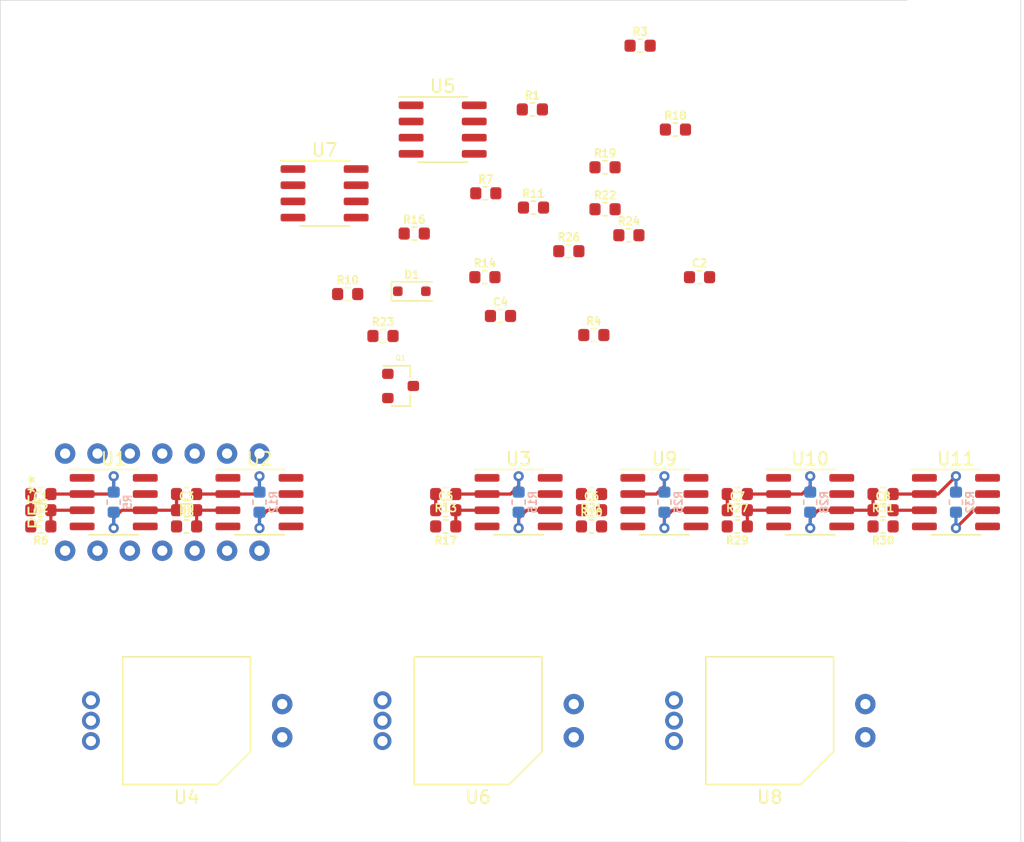
<source format=kicad_pcb>
(kicad_pcb (version 20171130) (host pcbnew "(5.1.2)-2")

  (general
    (thickness 1.6)
    (drawings 4)
    (tracks 79)
    (zones 0)
    (modules 54)
    (nets 45)
  )

  (page A4)
  (layers
    (0 F.Cu signal)
    (31 B.Cu signal)
    (32 B.Adhes user)
    (33 F.Adhes user)
    (34 B.Paste user)
    (35 F.Paste user)
    (36 B.SilkS user)
    (37 F.SilkS user)
    (38 B.Mask user)
    (39 F.Mask user)
    (40 Dwgs.User user)
    (41 Cmts.User user)
    (42 Eco1.User user)
    (43 Eco2.User user)
    (44 Edge.Cuts user)
    (45 Margin user)
    (46 B.CrtYd user)
    (47 F.CrtYd user)
    (48 B.Fab user)
    (49 F.Fab user)
  )

  (setup
    (last_trace_width 0.25)
    (trace_clearance 0.2)
    (zone_clearance 0.508)
    (zone_45_only no)
    (trace_min 0.2)
    (via_size 0.8)
    (via_drill 0.4)
    (via_min_size 0.4)
    (via_min_drill 0.3)
    (uvia_size 0.3)
    (uvia_drill 0.1)
    (uvias_allowed no)
    (uvia_min_size 0.2)
    (uvia_min_drill 0.1)
    (edge_width 0.05)
    (segment_width 0.2)
    (pcb_text_width 0.3)
    (pcb_text_size 1.5 1.5)
    (mod_edge_width 0.12)
    (mod_text_size 1 1)
    (mod_text_width 0.15)
    (pad_size 1.524 1.524)
    (pad_drill 0.762)
    (pad_to_mask_clearance 0.051)
    (solder_mask_min_width 0.25)
    (aux_axis_origin 0 0)
    (visible_elements 7FFFFFFF)
    (pcbplotparams
      (layerselection 0x010fc_ffffffff)
      (usegerberextensions false)
      (usegerberattributes false)
      (usegerberadvancedattributes false)
      (creategerberjobfile false)
      (excludeedgelayer true)
      (linewidth 0.050000)
      (plotframeref false)
      (viasonmask false)
      (mode 1)
      (useauxorigin false)
      (hpglpennumber 1)
      (hpglpenspeed 20)
      (hpglpendiameter 15.000000)
      (psnegative false)
      (psa4output false)
      (plotreference true)
      (plotvalue true)
      (plotinvisibletext false)
      (padsonsilk false)
      (subtractmaskfromsilk false)
      (outputformat 1)
      (mirror false)
      (drillshape 1)
      (scaleselection 1)
      (outputdirectory ""))
  )

  (net 0 "")
  (net 1 "Net-(C1-Pad2)")
  (net 2 "Net-(C2-Pad2)")
  (net 3 "Net-(C2-Pad1)")
  (net 4 "Net-(C3-Pad2)")
  (net 5 "Net-(C3-Pad1)")
  (net 6 "Net-(C4-Pad1)")
  (net 7 "Net-(C4-Pad2)")
  (net 8 "Net-(C5-Pad2)")
  (net 9 "Net-(C6-Pad2)")
  (net 10 "Net-(C6-Pad1)")
  (net 11 "Net-(C7-Pad2)")
  (net 12 "Net-(C8-Pad2)")
  (net 13 "Net-(C8-Pad1)")
  (net 14 "Net-(D1-Pad1)")
  (net 15 "Net-(D1-Pad2)")
  (net 16 "Net-(Q1-Pad1)")
  (net 17 OC_LED_+)
  (net 18 "Net-(Q1-Pad3)")
  (net 19 GND)
  (net 20 "Net-(R2-Pad1)")
  (net 21 "Net-(R3-Pad2)")
  (net 22 "Net-(R7-Pad2)")
  (net 23 "Net-(R12-Pad2)")
  (net 24 "Net-(R10-Pad2)")
  (net 25 "Net-(R11-Pad2)")
  (net 26 "Net-(R13-Pad1)")
  (net 27 "Net-(R14-Pad2)")
  (net 28 "Net-(R16-Pad2)")
  (net 29 "Net-(R16-Pad1)")
  (net 30 "Net-(R18-Pad1)")
  (net 31 "Net-(R21-Pad1)")
  (net 32 "Net-(R22-Pad2)")
  (net 33 OC_LED_-)
  (net 34 "Net-(R26-Pad1)")
  (net 35 "Net-(R27-Pad1)")
  (net 36 "Net-(R31-Pad1)")
  (net 37 "Net-(U5-Pad4)")
  (net 38 "Net-(U5-Pad8)")
  (net 39 PS_1_IN)
  (net 40 PS_2_IN)
  (net 41 PS_3_IN)
  (net 42 PS_1_OUT)
  (net 43 PS_2_OUT)
  (net 44 PS_3_OUT)

  (net_class Default "This is the default net class."
    (clearance 0.2)
    (trace_width 0.25)
    (via_dia 0.8)
    (via_drill 0.4)
    (uvia_dia 0.3)
    (uvia_drill 0.1)
    (add_net GND)
    (add_net "Net-(C1-Pad2)")
    (add_net "Net-(C2-Pad1)")
    (add_net "Net-(C2-Pad2)")
    (add_net "Net-(C3-Pad1)")
    (add_net "Net-(C3-Pad2)")
    (add_net "Net-(C4-Pad1)")
    (add_net "Net-(C4-Pad2)")
    (add_net "Net-(C5-Pad2)")
    (add_net "Net-(C6-Pad1)")
    (add_net "Net-(C6-Pad2)")
    (add_net "Net-(C7-Pad2)")
    (add_net "Net-(C8-Pad1)")
    (add_net "Net-(C8-Pad2)")
    (add_net "Net-(D1-Pad1)")
    (add_net "Net-(D1-Pad2)")
    (add_net "Net-(Q1-Pad1)")
    (add_net "Net-(Q1-Pad3)")
    (add_net "Net-(R10-Pad2)")
    (add_net "Net-(R11-Pad2)")
    (add_net "Net-(R12-Pad2)")
    (add_net "Net-(R13-Pad1)")
    (add_net "Net-(R14-Pad2)")
    (add_net "Net-(R16-Pad1)")
    (add_net "Net-(R16-Pad2)")
    (add_net "Net-(R18-Pad1)")
    (add_net "Net-(R2-Pad1)")
    (add_net "Net-(R21-Pad1)")
    (add_net "Net-(R22-Pad2)")
    (add_net "Net-(R26-Pad1)")
    (add_net "Net-(R27-Pad1)")
    (add_net "Net-(R3-Pad2)")
    (add_net "Net-(R31-Pad1)")
    (add_net "Net-(R7-Pad2)")
    (add_net "Net-(U5-Pad4)")
    (add_net "Net-(U5-Pad8)")
    (add_net OC_LED_+)
    (add_net OC_LED_-)
    (add_net PS_1_IN)
    (add_net PS_1_OUT)
    (add_net PS_2_IN)
    (add_net PS_2_OUT)
    (add_net PS_3_IN)
    (add_net PS_3_OUT)
  )

  (module Amplifiers_Operational_THT:Texas_Instruments_TL074CN (layer F.Cu) (tedit 5D46BF26) (tstamp 5D47911D)
    (at 175.26 105.41 90)
    (fp_text reference REF** (at 0 -9.95 90) (layer F.SilkS)
      (effects (font (size 1 1) (thickness 0.15)))
    )
    (fp_text value Header (at 0 9.95 90) (layer F.Fab)
      (effects (font (size 1 1) (thickness 0.15)))
    )
    (fp_line (start -2.175 -8.89) (end 3.175 -8.89) (layer F.Fab) (width 0.1))
    (fp_line (start 3.175 -8.89) (end 3.175 8.89) (layer F.Fab) (width 0.1))
    (fp_line (start 3.175 8.89) (end -3.175 8.89) (layer F.Fab) (width 0.1))
    (fp_line (start -3.175 8.89) (end -3.175 -7.89) (layer F.Fab) (width 0.1))
    (fp_line (start -3.175 -7.89) (end -2.175 -8.89) (layer F.Fab) (width 0.1))
    (fp_line (start -5.26 -9.17) (end -5.26 9.18) (layer F.CrtYd) (width 0.05))
    (fp_line (start -5.26 9.18) (end 5.29 9.18) (layer F.CrtYd) (width 0.05))
    (fp_line (start 5.29 9.18) (end 5.29 -9.17) (layer F.CrtYd) (width 0.05))
    (fp_line (start 5.29 -9.17) (end -5.26 -9.17) (layer F.CrtYd) (width 0.05))
    (fp_text user %R (at 0 0 90) (layer F.Fab)
      (effects (font (size 1 1) (thickness 0.15)))
    )
    (pad 1 thru_hole circle (at -3.81 -7.62 90) (size 1.6 1.6) (drill 0.8) (layers *.Cu *.Mask))
    (pad 8 thru_hole circle (at 3.81 7.62 90) (size 1.6 1.6) (drill 0.8) (layers *.Cu *.Mask))
    (pad 2 thru_hole circle (at -3.81 -5.08 90) (size 1.6 1.6) (drill 0.8) (layers *.Cu *.Mask))
    (pad 9 thru_hole circle (at 3.81 5.08 90) (size 1.6 1.6) (drill 0.8) (layers *.Cu *.Mask))
    (pad 3 thru_hole circle (at -3.81 -2.54 90) (size 1.6 1.6) (drill 0.8) (layers *.Cu *.Mask))
    (pad 10 thru_hole circle (at 3.81 2.54 90) (size 1.6 1.6) (drill 0.8) (layers *.Cu *.Mask))
    (pad 4 thru_hole circle (at -3.81 0 90) (size 1.6 1.6) (drill 0.8) (layers *.Cu *.Mask))
    (pad 11 thru_hole circle (at 3.81 0 90) (size 1.6 1.6) (drill 0.8) (layers *.Cu *.Mask))
    (pad 5 thru_hole circle (at -3.81 2.54 90) (size 1.6 1.6) (drill 0.8) (layers *.Cu *.Mask))
    (pad 12 thru_hole circle (at 3.81 -2.54 90) (size 1.6 1.6) (drill 0.8) (layers *.Cu *.Mask))
    (pad 6 thru_hole circle (at -3.81 5.08 90) (size 1.6 1.6) (drill 0.8) (layers *.Cu *.Mask))
    (pad 13 thru_hole circle (at 3.81 -5.08 90) (size 1.6 1.6) (drill 0.8) (layers *.Cu *.Mask))
    (pad 7 thru_hole circle (at -3.81 7.62 90) (size 1.6 1.6) (drill 0.8) (layers *.Cu *.Mask))
    (pad 14 thru_hole circle (at 3.81 -7.62 90) (size 1.6 1.6) (drill 0.8) (layers *.Cu *.Mask))
  )

  (module Resistors_SMD:R_0603_1608M (layer B.Cu) (tedit 5D35AB22) (tstamp 5D46963B)
    (at 237.49 105.41 90)
    (path /5D475C32)
    (attr smd)
    (fp_text reference R32 (at 0 1.1 90) (layer B.SilkS)
      (effects (font (size 0.6 0.6) (thickness 0.127)) (justify mirror))
    )
    (fp_text value 4k7 (at 0 -0.95 90) (layer B.Fab)
      (effects (font (size 0.3 0.3) (thickness 0.03)) (justify mirror))
    )
    (fp_text user %R (at 0 0 90) (layer B.Fab)
      (effects (font (size 0.4 0.4) (thickness 0.05)) (justify mirror))
    )
    (fp_line (start 1.48 -0.73) (end -1.48 -0.73) (layer B.CrtYd) (width 0.05))
    (fp_line (start 1.48 0.73) (end 1.48 -0.73) (layer B.CrtYd) (width 0.05))
    (fp_line (start -1.48 0.73) (end 1.48 0.73) (layer B.CrtYd) (width 0.05))
    (fp_line (start -1.48 -0.73) (end -1.48 0.73) (layer B.CrtYd) (width 0.05))
    (fp_line (start -0.162779 -0.51) (end 0.162779 -0.51) (layer B.SilkS) (width 0.12))
    (fp_line (start -0.162779 0.51) (end 0.162779 0.51) (layer B.SilkS) (width 0.12))
    (fp_line (start 0.8 -0.4) (end -0.8 -0.4) (layer B.Fab) (width 0.1))
    (fp_line (start 0.8 0.4) (end 0.8 -0.4) (layer B.Fab) (width 0.1))
    (fp_line (start -0.8 0.4) (end 0.8 0.4) (layer B.Fab) (width 0.1))
    (fp_line (start -0.8 -0.4) (end -0.8 0.4) (layer B.Fab) (width 0.1))
    (pad 2 smd roundrect (at 0.7875 0 90) (size 0.875 0.95) (layers B.Cu B.Paste B.Mask) (roundrect_rratio 0.25)
      (net 36 "Net-(R31-Pad1)"))
    (pad 1 smd roundrect (at -0.7875 0 90) (size 0.875 0.95) (layers B.Cu B.Paste B.Mask) (roundrect_rratio 0.25)
      (net 44 PS_3_OUT))
    (model ${LIB_MODULES}/Resistors_SMD.pretty/R_0603_1608M.step
      (at (xyz 0 0 0))
      (scale (xyz 1 1 1))
      (rotate (xyz 0 0 0))
    )
  )

  (module Resistors_SMD:R_0603_1608M (layer F.Cu) (tedit 5D35AB22) (tstamp 5D46962A)
    (at 231.775 104.775 180)
    (path /5D475C3C)
    (attr smd)
    (fp_text reference R31 (at 0 -1.1) (layer F.SilkS)
      (effects (font (size 0.6 0.6) (thickness 0.127)))
    )
    (fp_text value 4k7 (at 0 0.95) (layer F.Fab)
      (effects (font (size 0.3 0.3) (thickness 0.03)))
    )
    (fp_text user %R (at 0 0) (layer F.Fab)
      (effects (font (size 0.4 0.4) (thickness 0.05)))
    )
    (fp_line (start 1.48 0.73) (end -1.48 0.73) (layer F.CrtYd) (width 0.05))
    (fp_line (start 1.48 -0.73) (end 1.48 0.73) (layer F.CrtYd) (width 0.05))
    (fp_line (start -1.48 -0.73) (end 1.48 -0.73) (layer F.CrtYd) (width 0.05))
    (fp_line (start -1.48 0.73) (end -1.48 -0.73) (layer F.CrtYd) (width 0.05))
    (fp_line (start -0.162779 0.51) (end 0.162779 0.51) (layer F.SilkS) (width 0.12))
    (fp_line (start -0.162779 -0.51) (end 0.162779 -0.51) (layer F.SilkS) (width 0.12))
    (fp_line (start 0.8 0.4) (end -0.8 0.4) (layer F.Fab) (width 0.1))
    (fp_line (start 0.8 -0.4) (end 0.8 0.4) (layer F.Fab) (width 0.1))
    (fp_line (start -0.8 -0.4) (end 0.8 -0.4) (layer F.Fab) (width 0.1))
    (fp_line (start -0.8 0.4) (end -0.8 -0.4) (layer F.Fab) (width 0.1))
    (pad 2 smd roundrect (at 0.7875 0 180) (size 0.875 0.95) (layers F.Cu F.Paste F.Mask) (roundrect_rratio 0.25)
      (net 13 "Net-(C8-Pad1)"))
    (pad 1 smd roundrect (at -0.7875 0 180) (size 0.875 0.95) (layers F.Cu F.Paste F.Mask) (roundrect_rratio 0.25)
      (net 36 "Net-(R31-Pad1)"))
    (model ${LIB_MODULES}/Resistors_SMD.pretty/R_0603_1608M.step
      (at (xyz 0 0 0))
      (scale (xyz 1 1 1))
      (rotate (xyz 0 0 0))
    )
  )

  (module Resistors_SMD:R_0603_1608M (layer F.Cu) (tedit 5D35AB22) (tstamp 5D469619)
    (at 231.775 107.315 180)
    (path /5D4A8C70)
    (attr smd)
    (fp_text reference R30 (at 0 -1.1) (layer F.SilkS)
      (effects (font (size 0.6 0.6) (thickness 0.127)))
    )
    (fp_text value 220k (at 0 0.95) (layer F.Fab)
      (effects (font (size 0.3 0.3) (thickness 0.03)))
    )
    (fp_text user %R (at 0 0) (layer F.Fab)
      (effects (font (size 0.4 0.4) (thickness 0.05)))
    )
    (fp_line (start 1.48 0.73) (end -1.48 0.73) (layer F.CrtYd) (width 0.05))
    (fp_line (start 1.48 -0.73) (end 1.48 0.73) (layer F.CrtYd) (width 0.05))
    (fp_line (start -1.48 -0.73) (end 1.48 -0.73) (layer F.CrtYd) (width 0.05))
    (fp_line (start -1.48 0.73) (end -1.48 -0.73) (layer F.CrtYd) (width 0.05))
    (fp_line (start -0.162779 0.51) (end 0.162779 0.51) (layer F.SilkS) (width 0.12))
    (fp_line (start -0.162779 -0.51) (end 0.162779 -0.51) (layer F.SilkS) (width 0.12))
    (fp_line (start 0.8 0.4) (end -0.8 0.4) (layer F.Fab) (width 0.1))
    (fp_line (start 0.8 -0.4) (end 0.8 0.4) (layer F.Fab) (width 0.1))
    (fp_line (start -0.8 -0.4) (end 0.8 -0.4) (layer F.Fab) (width 0.1))
    (fp_line (start -0.8 0.4) (end -0.8 -0.4) (layer F.Fab) (width 0.1))
    (pad 2 smd roundrect (at 0.7875 0 180) (size 0.875 0.95) (layers F.Cu F.Paste F.Mask) (roundrect_rratio 0.25)
      (net 12 "Net-(C8-Pad2)"))
    (pad 1 smd roundrect (at -0.7875 0 180) (size 0.875 0.95) (layers F.Cu F.Paste F.Mask) (roundrect_rratio 0.25)
      (net 19 GND))
    (model ${LIB_MODULES}/Resistors_SMD.pretty/R_0603_1608M.step
      (at (xyz 0 0 0))
      (scale (xyz 1 1 1))
      (rotate (xyz 0 0 0))
    )
  )

  (module Resistors_SMD:R_0603_1608M (layer F.Cu) (tedit 5D35AB22) (tstamp 5D469608)
    (at 220.345 107.315 180)
    (path /5D4A8C80)
    (attr smd)
    (fp_text reference R29 (at 0 -1.1) (layer F.SilkS)
      (effects (font (size 0.6 0.6) (thickness 0.127)))
    )
    (fp_text value 220k (at 0 0.95) (layer F.Fab)
      (effects (font (size 0.3 0.3) (thickness 0.03)))
    )
    (fp_text user %R (at 0 0) (layer F.Fab)
      (effects (font (size 0.4 0.4) (thickness 0.05)))
    )
    (fp_line (start 1.48 0.73) (end -1.48 0.73) (layer F.CrtYd) (width 0.05))
    (fp_line (start 1.48 -0.73) (end 1.48 0.73) (layer F.CrtYd) (width 0.05))
    (fp_line (start -1.48 -0.73) (end 1.48 -0.73) (layer F.CrtYd) (width 0.05))
    (fp_line (start -1.48 0.73) (end -1.48 -0.73) (layer F.CrtYd) (width 0.05))
    (fp_line (start -0.162779 0.51) (end 0.162779 0.51) (layer F.SilkS) (width 0.12))
    (fp_line (start -0.162779 -0.51) (end 0.162779 -0.51) (layer F.SilkS) (width 0.12))
    (fp_line (start 0.8 0.4) (end -0.8 0.4) (layer F.Fab) (width 0.1))
    (fp_line (start 0.8 -0.4) (end 0.8 0.4) (layer F.Fab) (width 0.1))
    (fp_line (start -0.8 -0.4) (end 0.8 -0.4) (layer F.Fab) (width 0.1))
    (fp_line (start -0.8 0.4) (end -0.8 -0.4) (layer F.Fab) (width 0.1))
    (pad 2 smd roundrect (at 0.7875 0 180) (size 0.875 0.95) (layers F.Cu F.Paste F.Mask) (roundrect_rratio 0.25)
      (net 19 GND))
    (pad 1 smd roundrect (at -0.7875 0 180) (size 0.875 0.95) (layers F.Cu F.Paste F.Mask) (roundrect_rratio 0.25)
      (net 11 "Net-(C7-Pad2)"))
    (model ${LIB_MODULES}/Resistors_SMD.pretty/R_0603_1608M.step
      (at (xyz 0 0 0))
      (scale (xyz 1 1 1))
      (rotate (xyz 0 0 0))
    )
  )

  (module Resistors_SMD:R_0603_1608M (layer B.Cu) (tedit 5D35AB22) (tstamp 5D4695F7)
    (at 226.06 105.41 90)
    (path /5D475C1E)
    (attr smd)
    (fp_text reference R28 (at 0 1.1 90) (layer B.SilkS)
      (effects (font (size 0.6 0.6) (thickness 0.127)) (justify mirror))
    )
    (fp_text value 4k7 (at 0 -0.95 90) (layer B.Fab)
      (effects (font (size 0.3 0.3) (thickness 0.03)) (justify mirror))
    )
    (fp_text user %R (at 0 0 90) (layer B.Fab)
      (effects (font (size 0.4 0.4) (thickness 0.05)) (justify mirror))
    )
    (fp_line (start 1.48 -0.73) (end -1.48 -0.73) (layer B.CrtYd) (width 0.05))
    (fp_line (start 1.48 0.73) (end 1.48 -0.73) (layer B.CrtYd) (width 0.05))
    (fp_line (start -1.48 0.73) (end 1.48 0.73) (layer B.CrtYd) (width 0.05))
    (fp_line (start -1.48 -0.73) (end -1.48 0.73) (layer B.CrtYd) (width 0.05))
    (fp_line (start -0.162779 -0.51) (end 0.162779 -0.51) (layer B.SilkS) (width 0.12))
    (fp_line (start -0.162779 0.51) (end 0.162779 0.51) (layer B.SilkS) (width 0.12))
    (fp_line (start 0.8 -0.4) (end -0.8 -0.4) (layer B.Fab) (width 0.1))
    (fp_line (start 0.8 0.4) (end 0.8 -0.4) (layer B.Fab) (width 0.1))
    (fp_line (start -0.8 0.4) (end 0.8 0.4) (layer B.Fab) (width 0.1))
    (fp_line (start -0.8 -0.4) (end -0.8 0.4) (layer B.Fab) (width 0.1))
    (pad 2 smd roundrect (at 0.7875 0 90) (size 0.875 0.95) (layers B.Cu B.Paste B.Mask) (roundrect_rratio 0.25)
      (net 35 "Net-(R27-Pad1)"))
    (pad 1 smd roundrect (at -0.7875 0 90) (size 0.875 0.95) (layers B.Cu B.Paste B.Mask) (roundrect_rratio 0.25)
      (net 13 "Net-(C8-Pad1)"))
    (model ${LIB_MODULES}/Resistors_SMD.pretty/R_0603_1608M.step
      (at (xyz 0 0 0))
      (scale (xyz 1 1 1))
      (rotate (xyz 0 0 0))
    )
  )

  (module Resistors_SMD:R_0603_1608M (layer F.Cu) (tedit 5D35AB22) (tstamp 5D4695E6)
    (at 220.345 104.775 180)
    (path /5D475C28)
    (attr smd)
    (fp_text reference R27 (at 0 -1.1) (layer F.SilkS)
      (effects (font (size 0.6 0.6) (thickness 0.127)))
    )
    (fp_text value 4k7 (at 0 0.95) (layer F.Fab)
      (effects (font (size 0.3 0.3) (thickness 0.03)))
    )
    (fp_text user %R (at 0 0) (layer F.Fab)
      (effects (font (size 0.4 0.4) (thickness 0.05)))
    )
    (fp_line (start 1.48 0.73) (end -1.48 0.73) (layer F.CrtYd) (width 0.05))
    (fp_line (start 1.48 -0.73) (end 1.48 0.73) (layer F.CrtYd) (width 0.05))
    (fp_line (start -1.48 -0.73) (end 1.48 -0.73) (layer F.CrtYd) (width 0.05))
    (fp_line (start -1.48 0.73) (end -1.48 -0.73) (layer F.CrtYd) (width 0.05))
    (fp_line (start -0.162779 0.51) (end 0.162779 0.51) (layer F.SilkS) (width 0.12))
    (fp_line (start -0.162779 -0.51) (end 0.162779 -0.51) (layer F.SilkS) (width 0.12))
    (fp_line (start 0.8 0.4) (end -0.8 0.4) (layer F.Fab) (width 0.1))
    (fp_line (start 0.8 -0.4) (end 0.8 0.4) (layer F.Fab) (width 0.1))
    (fp_line (start -0.8 -0.4) (end 0.8 -0.4) (layer F.Fab) (width 0.1))
    (fp_line (start -0.8 0.4) (end -0.8 -0.4) (layer F.Fab) (width 0.1))
    (pad 2 smd roundrect (at 0.7875 0 180) (size 0.875 0.95) (layers F.Cu F.Paste F.Mask) (roundrect_rratio 0.25)
      (net 41 PS_3_IN))
    (pad 1 smd roundrect (at -0.7875 0 180) (size 0.875 0.95) (layers F.Cu F.Paste F.Mask) (roundrect_rratio 0.25)
      (net 35 "Net-(R27-Pad1)"))
    (model ${LIB_MODULES}/Resistors_SMD.pretty/R_0603_1608M.step
      (at (xyz 0 0 0))
      (scale (xyz 1 1 1))
      (rotate (xyz 0 0 0))
    )
  )

  (module Resistors_SMD:R_0603_1608M (layer F.Cu) (tedit 5D35AB22) (tstamp 5D4695D5)
    (at 207.135 85.72)
    (path /5D5E33BB)
    (attr smd)
    (fp_text reference R26 (at 0 -1.1) (layer F.SilkS)
      (effects (font (size 0.6 0.6) (thickness 0.127)))
    )
    (fp_text value 220R (at 0 0.95) (layer F.Fab)
      (effects (font (size 0.3 0.3) (thickness 0.03)))
    )
    (fp_text user %R (at 0 0) (layer F.Fab)
      (effects (font (size 0.4 0.4) (thickness 0.05)))
    )
    (fp_line (start 1.48 0.73) (end -1.48 0.73) (layer F.CrtYd) (width 0.05))
    (fp_line (start 1.48 -0.73) (end 1.48 0.73) (layer F.CrtYd) (width 0.05))
    (fp_line (start -1.48 -0.73) (end 1.48 -0.73) (layer F.CrtYd) (width 0.05))
    (fp_line (start -1.48 0.73) (end -1.48 -0.73) (layer F.CrtYd) (width 0.05))
    (fp_line (start -0.162779 0.51) (end 0.162779 0.51) (layer F.SilkS) (width 0.12))
    (fp_line (start -0.162779 -0.51) (end 0.162779 -0.51) (layer F.SilkS) (width 0.12))
    (fp_line (start 0.8 0.4) (end -0.8 0.4) (layer F.Fab) (width 0.1))
    (fp_line (start 0.8 -0.4) (end 0.8 0.4) (layer F.Fab) (width 0.1))
    (fp_line (start -0.8 -0.4) (end 0.8 -0.4) (layer F.Fab) (width 0.1))
    (fp_line (start -0.8 0.4) (end -0.8 -0.4) (layer F.Fab) (width 0.1))
    (pad 2 smd roundrect (at 0.7875 0) (size 0.875 0.95) (layers F.Cu F.Paste F.Mask) (roundrect_rratio 0.25)
      (net 15 "Net-(D1-Pad2)"))
    (pad 1 smd roundrect (at -0.7875 0) (size 0.875 0.95) (layers F.Cu F.Paste F.Mask) (roundrect_rratio 0.25)
      (net 34 "Net-(R26-Pad1)"))
    (model ${LIB_MODULES}/Resistors_SMD.pretty/R_0603_1608M.step
      (at (xyz 0 0 0))
      (scale (xyz 1 1 1))
      (rotate (xyz 0 0 0))
    )
  )

  (module Resistors_SMD:R_0603_1608M (layer B.Cu) (tedit 5D35AB22) (tstamp 5D4695C4)
    (at 214.63 105.41 90)
    (path /5D4751AA)
    (attr smd)
    (fp_text reference R25 (at 0 1.1 90) (layer B.SilkS)
      (effects (font (size 0.6 0.6) (thickness 0.127)) (justify mirror))
    )
    (fp_text value 4k7 (at 0 -0.95 90) (layer B.Fab)
      (effects (font (size 0.3 0.3) (thickness 0.03)) (justify mirror))
    )
    (fp_text user %R (at 0 0 90) (layer B.Fab)
      (effects (font (size 0.4 0.4) (thickness 0.05)) (justify mirror))
    )
    (fp_line (start 1.48 -0.73) (end -1.48 -0.73) (layer B.CrtYd) (width 0.05))
    (fp_line (start 1.48 0.73) (end 1.48 -0.73) (layer B.CrtYd) (width 0.05))
    (fp_line (start -1.48 0.73) (end 1.48 0.73) (layer B.CrtYd) (width 0.05))
    (fp_line (start -1.48 -0.73) (end -1.48 0.73) (layer B.CrtYd) (width 0.05))
    (fp_line (start -0.162779 -0.51) (end 0.162779 -0.51) (layer B.SilkS) (width 0.12))
    (fp_line (start -0.162779 0.51) (end 0.162779 0.51) (layer B.SilkS) (width 0.12))
    (fp_line (start 0.8 -0.4) (end -0.8 -0.4) (layer B.Fab) (width 0.1))
    (fp_line (start 0.8 0.4) (end 0.8 -0.4) (layer B.Fab) (width 0.1))
    (fp_line (start -0.8 0.4) (end 0.8 0.4) (layer B.Fab) (width 0.1))
    (fp_line (start -0.8 -0.4) (end -0.8 0.4) (layer B.Fab) (width 0.1))
    (pad 2 smd roundrect (at 0.7875 0 90) (size 0.875 0.95) (layers B.Cu B.Paste B.Mask) (roundrect_rratio 0.25)
      (net 31 "Net-(R21-Pad1)"))
    (pad 1 smd roundrect (at -0.7875 0 90) (size 0.875 0.95) (layers B.Cu B.Paste B.Mask) (roundrect_rratio 0.25)
      (net 43 PS_2_OUT))
    (model ${LIB_MODULES}/Resistors_SMD.pretty/R_0603_1608M.step
      (at (xyz 0 0 0))
      (scale (xyz 1 1 1))
      (rotate (xyz 0 0 0))
    )
  )

  (module Resistors_SMD:R_0603_1608M (layer F.Cu) (tedit 5D35AB22) (tstamp 5D4695B3)
    (at 211.845 84.47)
    (path /5D5B7665)
    (attr smd)
    (fp_text reference R24 (at 0 -1.1) (layer F.SilkS)
      (effects (font (size 0.6 0.6) (thickness 0.127)))
    )
    (fp_text value 68k (at 0 0.95) (layer F.Fab)
      (effects (font (size 0.3 0.3) (thickness 0.03)))
    )
    (fp_text user %R (at 0 0) (layer F.Fab)
      (effects (font (size 0.4 0.4) (thickness 0.05)))
    )
    (fp_line (start 1.48 0.73) (end -1.48 0.73) (layer F.CrtYd) (width 0.05))
    (fp_line (start 1.48 -0.73) (end 1.48 0.73) (layer F.CrtYd) (width 0.05))
    (fp_line (start -1.48 -0.73) (end 1.48 -0.73) (layer F.CrtYd) (width 0.05))
    (fp_line (start -1.48 0.73) (end -1.48 -0.73) (layer F.CrtYd) (width 0.05))
    (fp_line (start -0.162779 0.51) (end 0.162779 0.51) (layer F.SilkS) (width 0.12))
    (fp_line (start -0.162779 -0.51) (end 0.162779 -0.51) (layer F.SilkS) (width 0.12))
    (fp_line (start 0.8 0.4) (end -0.8 0.4) (layer F.Fab) (width 0.1))
    (fp_line (start 0.8 -0.4) (end 0.8 0.4) (layer F.Fab) (width 0.1))
    (fp_line (start -0.8 -0.4) (end 0.8 -0.4) (layer F.Fab) (width 0.1))
    (fp_line (start -0.8 0.4) (end -0.8 -0.4) (layer F.Fab) (width 0.1))
    (pad 2 smd roundrect (at 0.7875 0) (size 0.875 0.95) (layers F.Cu F.Paste F.Mask) (roundrect_rratio 0.25)
      (net 32 "Net-(R22-Pad2)"))
    (pad 1 smd roundrect (at -0.7875 0) (size 0.875 0.95) (layers F.Cu F.Paste F.Mask) (roundrect_rratio 0.25)
      (net 15 "Net-(D1-Pad2)"))
    (model ${LIB_MODULES}/Resistors_SMD.pretty/R_0603_1608M.step
      (at (xyz 0 0 0))
      (scale (xyz 1 1 1))
      (rotate (xyz 0 0 0))
    )
  )

  (module Resistors_SMD:R_0603_1608M (layer F.Cu) (tedit 5D35AB22) (tstamp 5D4695A2)
    (at 192.565 92.375)
    (path /5D5B7318)
    (attr smd)
    (fp_text reference R23 (at 0 -1.1) (layer F.SilkS)
      (effects (font (size 0.6 0.6) (thickness 0.127)))
    )
    (fp_text value 10k (at 0 0.95) (layer F.Fab)
      (effects (font (size 0.3 0.3) (thickness 0.03)))
    )
    (fp_text user %R (at 0 0) (layer F.Fab)
      (effects (font (size 0.4 0.4) (thickness 0.05)))
    )
    (fp_line (start 1.48 0.73) (end -1.48 0.73) (layer F.CrtYd) (width 0.05))
    (fp_line (start 1.48 -0.73) (end 1.48 0.73) (layer F.CrtYd) (width 0.05))
    (fp_line (start -1.48 -0.73) (end 1.48 -0.73) (layer F.CrtYd) (width 0.05))
    (fp_line (start -1.48 0.73) (end -1.48 -0.73) (layer F.CrtYd) (width 0.05))
    (fp_line (start -0.162779 0.51) (end 0.162779 0.51) (layer F.SilkS) (width 0.12))
    (fp_line (start -0.162779 -0.51) (end 0.162779 -0.51) (layer F.SilkS) (width 0.12))
    (fp_line (start 0.8 0.4) (end -0.8 0.4) (layer F.Fab) (width 0.1))
    (fp_line (start 0.8 -0.4) (end 0.8 0.4) (layer F.Fab) (width 0.1))
    (fp_line (start -0.8 -0.4) (end 0.8 -0.4) (layer F.Fab) (width 0.1))
    (fp_line (start -0.8 0.4) (end -0.8 -0.4) (layer F.Fab) (width 0.1))
    (pad 2 smd roundrect (at 0.7875 0) (size 0.875 0.95) (layers F.Cu F.Paste F.Mask) (roundrect_rratio 0.25)
      (net 32 "Net-(R22-Pad2)"))
    (pad 1 smd roundrect (at -0.7875 0) (size 0.875 0.95) (layers F.Cu F.Paste F.Mask) (roundrect_rratio 0.25)
      (net 14 "Net-(D1-Pad1)"))
    (model ${LIB_MODULES}/Resistors_SMD.pretty/R_0603_1608M.step
      (at (xyz 0 0 0))
      (scale (xyz 1 1 1))
      (rotate (xyz 0 0 0))
    )
  )

  (module Resistors_SMD:R_0603_1608M (layer F.Cu) (tedit 5D35AB22) (tstamp 5D469591)
    (at 209.975 82.43)
    (path /5D59E17A)
    (attr smd)
    (fp_text reference R22 (at 0 -1.1) (layer F.SilkS)
      (effects (font (size 0.6 0.6) (thickness 0.127)))
    )
    (fp_text value 220k (at 0 0.95) (layer F.Fab)
      (effects (font (size 0.3 0.3) (thickness 0.03)))
    )
    (fp_text user %R (at 0 0) (layer F.Fab)
      (effects (font (size 0.4 0.4) (thickness 0.05)))
    )
    (fp_line (start 1.48 0.73) (end -1.48 0.73) (layer F.CrtYd) (width 0.05))
    (fp_line (start 1.48 -0.73) (end 1.48 0.73) (layer F.CrtYd) (width 0.05))
    (fp_line (start -1.48 -0.73) (end 1.48 -0.73) (layer F.CrtYd) (width 0.05))
    (fp_line (start -1.48 0.73) (end -1.48 -0.73) (layer F.CrtYd) (width 0.05))
    (fp_line (start -0.162779 0.51) (end 0.162779 0.51) (layer F.SilkS) (width 0.12))
    (fp_line (start -0.162779 -0.51) (end 0.162779 -0.51) (layer F.SilkS) (width 0.12))
    (fp_line (start 0.8 0.4) (end -0.8 0.4) (layer F.Fab) (width 0.1))
    (fp_line (start 0.8 -0.4) (end 0.8 0.4) (layer F.Fab) (width 0.1))
    (fp_line (start -0.8 -0.4) (end 0.8 -0.4) (layer F.Fab) (width 0.1))
    (fp_line (start -0.8 0.4) (end -0.8 -0.4) (layer F.Fab) (width 0.1))
    (pad 2 smd roundrect (at 0.7875 0) (size 0.875 0.95) (layers F.Cu F.Paste F.Mask) (roundrect_rratio 0.25)
      (net 32 "Net-(R22-Pad2)"))
    (pad 1 smd roundrect (at -0.7875 0) (size 0.875 0.95) (layers F.Cu F.Paste F.Mask) (roundrect_rratio 0.25)
      (net 33 OC_LED_-))
    (model ${LIB_MODULES}/Resistors_SMD.pretty/R_0603_1608M.step
      (at (xyz 0 0 0))
      (scale (xyz 1 1 1))
      (rotate (xyz 0 0 0))
    )
  )

  (module Resistors_SMD:R_0603_1608M (layer F.Cu) (tedit 5D35AB22) (tstamp 5D469580)
    (at 208.915 104.775 180)
    (path /5D4751B4)
    (attr smd)
    (fp_text reference R21 (at 0 -1.1) (layer F.SilkS)
      (effects (font (size 0.6 0.6) (thickness 0.127)))
    )
    (fp_text value 4k7 (at 0 0.95) (layer F.Fab)
      (effects (font (size 0.3 0.3) (thickness 0.03)))
    )
    (fp_text user %R (at 0 0) (layer F.Fab)
      (effects (font (size 0.4 0.4) (thickness 0.05)))
    )
    (fp_line (start 1.48 0.73) (end -1.48 0.73) (layer F.CrtYd) (width 0.05))
    (fp_line (start 1.48 -0.73) (end 1.48 0.73) (layer F.CrtYd) (width 0.05))
    (fp_line (start -1.48 -0.73) (end 1.48 -0.73) (layer F.CrtYd) (width 0.05))
    (fp_line (start -1.48 0.73) (end -1.48 -0.73) (layer F.CrtYd) (width 0.05))
    (fp_line (start -0.162779 0.51) (end 0.162779 0.51) (layer F.SilkS) (width 0.12))
    (fp_line (start -0.162779 -0.51) (end 0.162779 -0.51) (layer F.SilkS) (width 0.12))
    (fp_line (start 0.8 0.4) (end -0.8 0.4) (layer F.Fab) (width 0.1))
    (fp_line (start 0.8 -0.4) (end 0.8 0.4) (layer F.Fab) (width 0.1))
    (fp_line (start -0.8 -0.4) (end 0.8 -0.4) (layer F.Fab) (width 0.1))
    (fp_line (start -0.8 0.4) (end -0.8 -0.4) (layer F.Fab) (width 0.1))
    (pad 2 smd roundrect (at 0.7875 0 180) (size 0.875 0.95) (layers F.Cu F.Paste F.Mask) (roundrect_rratio 0.25)
      (net 10 "Net-(C6-Pad1)"))
    (pad 1 smd roundrect (at -0.7875 0 180) (size 0.875 0.95) (layers F.Cu F.Paste F.Mask) (roundrect_rratio 0.25)
      (net 31 "Net-(R21-Pad1)"))
    (model ${LIB_MODULES}/Resistors_SMD.pretty/R_0603_1608M.step
      (at (xyz 0 0 0))
      (scale (xyz 1 1 1))
      (rotate (xyz 0 0 0))
    )
  )

  (module Resistors_SMD:R_0603_1608M (layer F.Cu) (tedit 5D35AB22) (tstamp 5D46956F)
    (at 208.915 107.315)
    (path /5D4A2B9C)
    (attr smd)
    (fp_text reference R20 (at 0 -1.1) (layer F.SilkS)
      (effects (font (size 0.6 0.6) (thickness 0.127)))
    )
    (fp_text value 220k (at 0 0.95) (layer F.Fab)
      (effects (font (size 0.3 0.3) (thickness 0.03)))
    )
    (fp_text user %R (at 0 0) (layer F.Fab)
      (effects (font (size 0.4 0.4) (thickness 0.05)))
    )
    (fp_line (start 1.48 0.73) (end -1.48 0.73) (layer F.CrtYd) (width 0.05))
    (fp_line (start 1.48 -0.73) (end 1.48 0.73) (layer F.CrtYd) (width 0.05))
    (fp_line (start -1.48 -0.73) (end 1.48 -0.73) (layer F.CrtYd) (width 0.05))
    (fp_line (start -1.48 0.73) (end -1.48 -0.73) (layer F.CrtYd) (width 0.05))
    (fp_line (start -0.162779 0.51) (end 0.162779 0.51) (layer F.SilkS) (width 0.12))
    (fp_line (start -0.162779 -0.51) (end 0.162779 -0.51) (layer F.SilkS) (width 0.12))
    (fp_line (start 0.8 0.4) (end -0.8 0.4) (layer F.Fab) (width 0.1))
    (fp_line (start 0.8 -0.4) (end 0.8 0.4) (layer F.Fab) (width 0.1))
    (fp_line (start -0.8 -0.4) (end 0.8 -0.4) (layer F.Fab) (width 0.1))
    (fp_line (start -0.8 0.4) (end -0.8 -0.4) (layer F.Fab) (width 0.1))
    (pad 2 smd roundrect (at 0.7875 0) (size 0.875 0.95) (layers F.Cu F.Paste F.Mask) (roundrect_rratio 0.25)
      (net 9 "Net-(C6-Pad2)"))
    (pad 1 smd roundrect (at -0.7875 0) (size 0.875 0.95) (layers F.Cu F.Paste F.Mask) (roundrect_rratio 0.25)
      (net 19 GND))
    (model ${LIB_MODULES}/Resistors_SMD.pretty/R_0603_1608M.step
      (at (xyz 0 0 0))
      (scale (xyz 1 1 1))
      (rotate (xyz 0 0 0))
    )
  )

  (module Resistors_SMD:R_0603_1608M (layer F.Cu) (tedit 5D35AB22) (tstamp 5D46955E)
    (at 209.975 79.14)
    (path /5D560D74)
    (attr smd)
    (fp_text reference R19 (at 0 -1.1) (layer F.SilkS)
      (effects (font (size 0.6 0.6) (thickness 0.127)))
    )
    (fp_text value 3k3 (at 0 0.95) (layer F.Fab)
      (effects (font (size 0.3 0.3) (thickness 0.03)))
    )
    (fp_text user %R (at 0 0) (layer F.Fab)
      (effects (font (size 0.4 0.4) (thickness 0.05)))
    )
    (fp_line (start 1.48 0.73) (end -1.48 0.73) (layer F.CrtYd) (width 0.05))
    (fp_line (start 1.48 -0.73) (end 1.48 0.73) (layer F.CrtYd) (width 0.05))
    (fp_line (start -1.48 -0.73) (end 1.48 -0.73) (layer F.CrtYd) (width 0.05))
    (fp_line (start -1.48 0.73) (end -1.48 -0.73) (layer F.CrtYd) (width 0.05))
    (fp_line (start -0.162779 0.51) (end 0.162779 0.51) (layer F.SilkS) (width 0.12))
    (fp_line (start -0.162779 -0.51) (end 0.162779 -0.51) (layer F.SilkS) (width 0.12))
    (fp_line (start 0.8 0.4) (end -0.8 0.4) (layer F.Fab) (width 0.1))
    (fp_line (start 0.8 -0.4) (end 0.8 0.4) (layer F.Fab) (width 0.1))
    (fp_line (start -0.8 -0.4) (end 0.8 -0.4) (layer F.Fab) (width 0.1))
    (fp_line (start -0.8 0.4) (end -0.8 -0.4) (layer F.Fab) (width 0.1))
    (pad 2 smd roundrect (at 0.7875 0) (size 0.875 0.95) (layers F.Cu F.Paste F.Mask) (roundrect_rratio 0.25)
      (net 19 GND))
    (pad 1 smd roundrect (at -0.7875 0) (size 0.875 0.95) (layers F.Cu F.Paste F.Mask) (roundrect_rratio 0.25)
      (net 28 "Net-(R16-Pad2)"))
    (model ${LIB_MODULES}/Resistors_SMD.pretty/R_0603_1608M.step
      (at (xyz 0 0 0))
      (scale (xyz 1 1 1))
      (rotate (xyz 0 0 0))
    )
  )

  (module Resistors_SMD:R_0603_1608M (layer F.Cu) (tedit 5D35AB22) (tstamp 5D46954D)
    (at 215.495 76.18)
    (path /5D5768E8)
    (attr smd)
    (fp_text reference R18 (at 0 -1.1) (layer F.SilkS)
      (effects (font (size 0.6 0.6) (thickness 0.127)))
    )
    (fp_text value 47k (at 0 0.95) (layer F.Fab)
      (effects (font (size 0.3 0.3) (thickness 0.03)))
    )
    (fp_text user %R (at 0 0) (layer F.Fab)
      (effects (font (size 0.4 0.4) (thickness 0.05)))
    )
    (fp_line (start 1.48 0.73) (end -1.48 0.73) (layer F.CrtYd) (width 0.05))
    (fp_line (start 1.48 -0.73) (end 1.48 0.73) (layer F.CrtYd) (width 0.05))
    (fp_line (start -1.48 -0.73) (end 1.48 -0.73) (layer F.CrtYd) (width 0.05))
    (fp_line (start -1.48 0.73) (end -1.48 -0.73) (layer F.CrtYd) (width 0.05))
    (fp_line (start -0.162779 0.51) (end 0.162779 0.51) (layer F.SilkS) (width 0.12))
    (fp_line (start -0.162779 -0.51) (end 0.162779 -0.51) (layer F.SilkS) (width 0.12))
    (fp_line (start 0.8 0.4) (end -0.8 0.4) (layer F.Fab) (width 0.1))
    (fp_line (start 0.8 -0.4) (end 0.8 0.4) (layer F.Fab) (width 0.1))
    (fp_line (start -0.8 -0.4) (end 0.8 -0.4) (layer F.Fab) (width 0.1))
    (fp_line (start -0.8 0.4) (end -0.8 -0.4) (layer F.Fab) (width 0.1))
    (pad 2 smd roundrect (at 0.7875 0) (size 0.875 0.95) (layers F.Cu F.Paste F.Mask) (roundrect_rratio 0.25)
      (net 28 "Net-(R16-Pad2)"))
    (pad 1 smd roundrect (at -0.7875 0) (size 0.875 0.95) (layers F.Cu F.Paste F.Mask) (roundrect_rratio 0.25)
      (net 30 "Net-(R18-Pad1)"))
    (model ${LIB_MODULES}/Resistors_SMD.pretty/R_0603_1608M.step
      (at (xyz 0 0 0))
      (scale (xyz 1 1 1))
      (rotate (xyz 0 0 0))
    )
  )

  (module Resistors_SMD:R_0603_1608M (layer F.Cu) (tedit 5D35AB22) (tstamp 5D46953C)
    (at 197.485 107.315 180)
    (path /5D4A2BAC)
    (attr smd)
    (fp_text reference R17 (at 0 -1.1) (layer F.SilkS)
      (effects (font (size 0.6 0.6) (thickness 0.127)))
    )
    (fp_text value 220k (at 0 0.95) (layer F.Fab)
      (effects (font (size 0.3 0.3) (thickness 0.03)))
    )
    (fp_text user %R (at 0 0) (layer F.Fab)
      (effects (font (size 0.4 0.4) (thickness 0.05)))
    )
    (fp_line (start 1.48 0.73) (end -1.48 0.73) (layer F.CrtYd) (width 0.05))
    (fp_line (start 1.48 -0.73) (end 1.48 0.73) (layer F.CrtYd) (width 0.05))
    (fp_line (start -1.48 -0.73) (end 1.48 -0.73) (layer F.CrtYd) (width 0.05))
    (fp_line (start -1.48 0.73) (end -1.48 -0.73) (layer F.CrtYd) (width 0.05))
    (fp_line (start -0.162779 0.51) (end 0.162779 0.51) (layer F.SilkS) (width 0.12))
    (fp_line (start -0.162779 -0.51) (end 0.162779 -0.51) (layer F.SilkS) (width 0.12))
    (fp_line (start 0.8 0.4) (end -0.8 0.4) (layer F.Fab) (width 0.1))
    (fp_line (start 0.8 -0.4) (end 0.8 0.4) (layer F.Fab) (width 0.1))
    (fp_line (start -0.8 -0.4) (end 0.8 -0.4) (layer F.Fab) (width 0.1))
    (fp_line (start -0.8 0.4) (end -0.8 -0.4) (layer F.Fab) (width 0.1))
    (pad 2 smd roundrect (at 0.7875 0 180) (size 0.875 0.95) (layers F.Cu F.Paste F.Mask) (roundrect_rratio 0.25)
      (net 19 GND))
    (pad 1 smd roundrect (at -0.7875 0 180) (size 0.875 0.95) (layers F.Cu F.Paste F.Mask) (roundrect_rratio 0.25)
      (net 8 "Net-(C5-Pad2)"))
    (model ${LIB_MODULES}/Resistors_SMD.pretty/R_0603_1608M.step
      (at (xyz 0 0 0))
      (scale (xyz 1 1 1))
      (rotate (xyz 0 0 0))
    )
  )

  (module Resistors_SMD:R_0603_1608M (layer F.Cu) (tedit 5D35AB22) (tstamp 5D46952B)
    (at 195.015 84.34)
    (path /5D5607F2)
    (attr smd)
    (fp_text reference R16 (at 0 -1.1) (layer F.SilkS)
      (effects (font (size 0.6 0.6) (thickness 0.127)))
    )
    (fp_text value 82k (at 0 0.95) (layer F.Fab)
      (effects (font (size 0.3 0.3) (thickness 0.03)))
    )
    (fp_text user %R (at 0 0) (layer F.Fab)
      (effects (font (size 0.4 0.4) (thickness 0.05)))
    )
    (fp_line (start 1.48 0.73) (end -1.48 0.73) (layer F.CrtYd) (width 0.05))
    (fp_line (start 1.48 -0.73) (end 1.48 0.73) (layer F.CrtYd) (width 0.05))
    (fp_line (start -1.48 -0.73) (end 1.48 -0.73) (layer F.CrtYd) (width 0.05))
    (fp_line (start -1.48 0.73) (end -1.48 -0.73) (layer F.CrtYd) (width 0.05))
    (fp_line (start -0.162779 0.51) (end 0.162779 0.51) (layer F.SilkS) (width 0.12))
    (fp_line (start -0.162779 -0.51) (end 0.162779 -0.51) (layer F.SilkS) (width 0.12))
    (fp_line (start 0.8 0.4) (end -0.8 0.4) (layer F.Fab) (width 0.1))
    (fp_line (start 0.8 -0.4) (end 0.8 0.4) (layer F.Fab) (width 0.1))
    (fp_line (start -0.8 -0.4) (end 0.8 -0.4) (layer F.Fab) (width 0.1))
    (fp_line (start -0.8 0.4) (end -0.8 -0.4) (layer F.Fab) (width 0.1))
    (pad 2 smd roundrect (at 0.7875 0) (size 0.875 0.95) (layers F.Cu F.Paste F.Mask) (roundrect_rratio 0.25)
      (net 28 "Net-(R16-Pad2)"))
    (pad 1 smd roundrect (at -0.7875 0) (size 0.875 0.95) (layers F.Cu F.Paste F.Mask) (roundrect_rratio 0.25)
      (net 29 "Net-(R16-Pad1)"))
    (model ${LIB_MODULES}/Resistors_SMD.pretty/R_0603_1608M.step
      (at (xyz 0 0 0))
      (scale (xyz 1 1 1))
      (rotate (xyz 0 0 0))
    )
  )

  (module Resistors_SMD:R_0603_1608M (layer B.Cu) (tedit 5D35AB22) (tstamp 5D46951A)
    (at 203.2 105.41 90)
    (path /5D47486C)
    (attr smd)
    (fp_text reference R15 (at 0 1.1 90) (layer B.SilkS)
      (effects (font (size 0.6 0.6) (thickness 0.127)) (justify mirror))
    )
    (fp_text value 4k7 (at 0 -0.95 90) (layer B.Fab)
      (effects (font (size 0.3 0.3) (thickness 0.03)) (justify mirror))
    )
    (fp_text user %R (at 0 0 90) (layer B.Fab)
      (effects (font (size 0.4 0.4) (thickness 0.05)) (justify mirror))
    )
    (fp_line (start 1.48 -0.73) (end -1.48 -0.73) (layer B.CrtYd) (width 0.05))
    (fp_line (start 1.48 0.73) (end 1.48 -0.73) (layer B.CrtYd) (width 0.05))
    (fp_line (start -1.48 0.73) (end 1.48 0.73) (layer B.CrtYd) (width 0.05))
    (fp_line (start -1.48 -0.73) (end -1.48 0.73) (layer B.CrtYd) (width 0.05))
    (fp_line (start -0.162779 -0.51) (end 0.162779 -0.51) (layer B.SilkS) (width 0.12))
    (fp_line (start -0.162779 0.51) (end 0.162779 0.51) (layer B.SilkS) (width 0.12))
    (fp_line (start 0.8 -0.4) (end -0.8 -0.4) (layer B.Fab) (width 0.1))
    (fp_line (start 0.8 0.4) (end 0.8 -0.4) (layer B.Fab) (width 0.1))
    (fp_line (start -0.8 0.4) (end 0.8 0.4) (layer B.Fab) (width 0.1))
    (fp_line (start -0.8 -0.4) (end -0.8 0.4) (layer B.Fab) (width 0.1))
    (pad 2 smd roundrect (at 0.7875 0 90) (size 0.875 0.95) (layers B.Cu B.Paste B.Mask) (roundrect_rratio 0.25)
      (net 26 "Net-(R13-Pad1)"))
    (pad 1 smd roundrect (at -0.7875 0 90) (size 0.875 0.95) (layers B.Cu B.Paste B.Mask) (roundrect_rratio 0.25)
      (net 10 "Net-(C6-Pad1)"))
    (model ${LIB_MODULES}/Resistors_SMD.pretty/R_0603_1608M.step
      (at (xyz 0 0 0))
      (scale (xyz 1 1 1))
      (rotate (xyz 0 0 0))
    )
  )

  (module Resistors_SMD:R_0603_1608M (layer F.Cu) (tedit 5D35AB22) (tstamp 5D46A760)
    (at 200.555 87.76)
    (path /5D5528F2)
    (attr smd)
    (fp_text reference R14 (at 0 -1.1) (layer F.SilkS)
      (effects (font (size 0.6 0.6) (thickness 0.127)))
    )
    (fp_text value 560R (at 0 0.95) (layer F.Fab)
      (effects (font (size 0.3 0.3) (thickness 0.03)))
    )
    (fp_text user %R (at 0 0) (layer F.Fab)
      (effects (font (size 0.4 0.4) (thickness 0.05)))
    )
    (fp_line (start 1.48 0.73) (end -1.48 0.73) (layer F.CrtYd) (width 0.05))
    (fp_line (start 1.48 -0.73) (end 1.48 0.73) (layer F.CrtYd) (width 0.05))
    (fp_line (start -1.48 -0.73) (end 1.48 -0.73) (layer F.CrtYd) (width 0.05))
    (fp_line (start -1.48 0.73) (end -1.48 -0.73) (layer F.CrtYd) (width 0.05))
    (fp_line (start -0.162779 0.51) (end 0.162779 0.51) (layer F.SilkS) (width 0.12))
    (fp_line (start -0.162779 -0.51) (end 0.162779 -0.51) (layer F.SilkS) (width 0.12))
    (fp_line (start 0.8 0.4) (end -0.8 0.4) (layer F.Fab) (width 0.1))
    (fp_line (start 0.8 -0.4) (end 0.8 0.4) (layer F.Fab) (width 0.1))
    (fp_line (start -0.8 -0.4) (end 0.8 -0.4) (layer F.Fab) (width 0.1))
    (fp_line (start -0.8 0.4) (end -0.8 -0.4) (layer F.Fab) (width 0.1))
    (pad 2 smd roundrect (at 0.7875 0) (size 0.875 0.95) (layers F.Cu F.Paste F.Mask) (roundrect_rratio 0.25)
      (net 27 "Net-(R14-Pad2)"))
    (pad 1 smd roundrect (at -0.7875 0) (size 0.875 0.95) (layers F.Cu F.Paste F.Mask) (roundrect_rratio 0.25)
      (net 19 GND))
    (model ${LIB_MODULES}/Resistors_SMD.pretty/R_0603_1608M.step
      (at (xyz 0 0 0))
      (scale (xyz 1 1 1))
      (rotate (xyz 0 0 0))
    )
  )

  (module Resistors_SMD:R_0603_1608M (layer F.Cu) (tedit 5D35AB22) (tstamp 5D4694F8)
    (at 197.485 104.775 180)
    (path /5D474876)
    (attr smd)
    (fp_text reference R13 (at 0 -1.1) (layer F.SilkS)
      (effects (font (size 0.6 0.6) (thickness 0.127)))
    )
    (fp_text value 4k7 (at 0 0.95) (layer F.Fab)
      (effects (font (size 0.3 0.3) (thickness 0.03)))
    )
    (fp_text user %R (at 0 0) (layer F.Fab)
      (effects (font (size 0.4 0.4) (thickness 0.05)))
    )
    (fp_line (start 1.48 0.73) (end -1.48 0.73) (layer F.CrtYd) (width 0.05))
    (fp_line (start 1.48 -0.73) (end 1.48 0.73) (layer F.CrtYd) (width 0.05))
    (fp_line (start -1.48 -0.73) (end 1.48 -0.73) (layer F.CrtYd) (width 0.05))
    (fp_line (start -1.48 0.73) (end -1.48 -0.73) (layer F.CrtYd) (width 0.05))
    (fp_line (start -0.162779 0.51) (end 0.162779 0.51) (layer F.SilkS) (width 0.12))
    (fp_line (start -0.162779 -0.51) (end 0.162779 -0.51) (layer F.SilkS) (width 0.12))
    (fp_line (start 0.8 0.4) (end -0.8 0.4) (layer F.Fab) (width 0.1))
    (fp_line (start 0.8 -0.4) (end 0.8 0.4) (layer F.Fab) (width 0.1))
    (fp_line (start -0.8 -0.4) (end 0.8 -0.4) (layer F.Fab) (width 0.1))
    (fp_line (start -0.8 0.4) (end -0.8 -0.4) (layer F.Fab) (width 0.1))
    (pad 2 smd roundrect (at 0.7875 0 180) (size 0.875 0.95) (layers F.Cu F.Paste F.Mask) (roundrect_rratio 0.25)
      (net 40 PS_2_IN))
    (pad 1 smd roundrect (at -0.7875 0 180) (size 0.875 0.95) (layers F.Cu F.Paste F.Mask) (roundrect_rratio 0.25)
      (net 26 "Net-(R13-Pad1)"))
    (model ${LIB_MODULES}/Resistors_SMD.pretty/R_0603_1608M.step
      (at (xyz 0 0 0))
      (scale (xyz 1 1 1))
      (rotate (xyz 0 0 0))
    )
  )

  (module Resistors_SMD:R_0603_1608M (layer B.Cu) (tedit 5D35AB22) (tstamp 5D4694E7)
    (at 182.88 105.41 90)
    (path /5D473C7C)
    (attr smd)
    (fp_text reference R12 (at 0 1.1 90) (layer B.SilkS)
      (effects (font (size 0.6 0.6) (thickness 0.127)) (justify mirror))
    )
    (fp_text value 4k7 (at 0 -0.95 90) (layer B.Fab)
      (effects (font (size 0.3 0.3) (thickness 0.03)) (justify mirror))
    )
    (fp_text user %R (at 0 0 90) (layer B.Fab)
      (effects (font (size 0.4 0.4) (thickness 0.05)) (justify mirror))
    )
    (fp_line (start 1.48 -0.73) (end -1.48 -0.73) (layer B.CrtYd) (width 0.05))
    (fp_line (start 1.48 0.73) (end 1.48 -0.73) (layer B.CrtYd) (width 0.05))
    (fp_line (start -1.48 0.73) (end 1.48 0.73) (layer B.CrtYd) (width 0.05))
    (fp_line (start -1.48 -0.73) (end -1.48 0.73) (layer B.CrtYd) (width 0.05))
    (fp_line (start -0.162779 -0.51) (end 0.162779 -0.51) (layer B.SilkS) (width 0.12))
    (fp_line (start -0.162779 0.51) (end 0.162779 0.51) (layer B.SilkS) (width 0.12))
    (fp_line (start 0.8 -0.4) (end -0.8 -0.4) (layer B.Fab) (width 0.1))
    (fp_line (start 0.8 0.4) (end 0.8 -0.4) (layer B.Fab) (width 0.1))
    (fp_line (start -0.8 0.4) (end 0.8 0.4) (layer B.Fab) (width 0.1))
    (fp_line (start -0.8 -0.4) (end -0.8 0.4) (layer B.Fab) (width 0.1))
    (pad 2 smd roundrect (at 0.7875 0 90) (size 0.875 0.95) (layers B.Cu B.Paste B.Mask) (roundrect_rratio 0.25)
      (net 23 "Net-(R12-Pad2)"))
    (pad 1 smd roundrect (at -0.7875 0 90) (size 0.875 0.95) (layers B.Cu B.Paste B.Mask) (roundrect_rratio 0.25)
      (net 42 PS_1_OUT))
    (model ${LIB_MODULES}/Resistors_SMD.pretty/R_0603_1608M.step
      (at (xyz 0 0 0))
      (scale (xyz 1 1 1))
      (rotate (xyz 0 0 0))
    )
  )

  (module Resistors_SMD:R_0603_1608M (layer F.Cu) (tedit 5D35AB22) (tstamp 5D4694D6)
    (at 204.365 82.3)
    (path /5D503154)
    (attr smd)
    (fp_text reference R11 (at 0 -1.1) (layer F.SilkS)
      (effects (font (size 0.6 0.6) (thickness 0.127)))
    )
    (fp_text value 27k (at 0 0.95) (layer F.Fab)
      (effects (font (size 0.3 0.3) (thickness 0.03)))
    )
    (fp_text user %R (at 0 0) (layer F.Fab)
      (effects (font (size 0.4 0.4) (thickness 0.05)))
    )
    (fp_line (start 1.48 0.73) (end -1.48 0.73) (layer F.CrtYd) (width 0.05))
    (fp_line (start 1.48 -0.73) (end 1.48 0.73) (layer F.CrtYd) (width 0.05))
    (fp_line (start -1.48 -0.73) (end 1.48 -0.73) (layer F.CrtYd) (width 0.05))
    (fp_line (start -1.48 0.73) (end -1.48 -0.73) (layer F.CrtYd) (width 0.05))
    (fp_line (start -0.162779 0.51) (end 0.162779 0.51) (layer F.SilkS) (width 0.12))
    (fp_line (start -0.162779 -0.51) (end 0.162779 -0.51) (layer F.SilkS) (width 0.12))
    (fp_line (start 0.8 0.4) (end -0.8 0.4) (layer F.Fab) (width 0.1))
    (fp_line (start 0.8 -0.4) (end 0.8 0.4) (layer F.Fab) (width 0.1))
    (fp_line (start -0.8 -0.4) (end 0.8 -0.4) (layer F.Fab) (width 0.1))
    (fp_line (start -0.8 0.4) (end -0.8 -0.4) (layer F.Fab) (width 0.1))
    (pad 2 smd roundrect (at 0.7875 0) (size 0.875 0.95) (layers F.Cu F.Paste F.Mask) (roundrect_rratio 0.25)
      (net 25 "Net-(R11-Pad2)"))
    (pad 1 smd roundrect (at -0.7875 0) (size 0.875 0.95) (layers F.Cu F.Paste F.Mask) (roundrect_rratio 0.25)
      (net 19 GND))
    (model ${LIB_MODULES}/Resistors_SMD.pretty/R_0603_1608M.step
      (at (xyz 0 0 0))
      (scale (xyz 1 1 1))
      (rotate (xyz 0 0 0))
    )
  )

  (module Resistors_SMD:R_0603_1608M (layer F.Cu) (tedit 5D35AB22) (tstamp 5D4694C5)
    (at 189.795 89.085)
    (path /5D4E7F26)
    (attr smd)
    (fp_text reference R10 (at 0 -1.1) (layer F.SilkS)
      (effects (font (size 0.6 0.6) (thickness 0.127)))
    )
    (fp_text value 27k (at 0 0.95) (layer F.Fab)
      (effects (font (size 0.3 0.3) (thickness 0.03)))
    )
    (fp_text user %R (at 0 0) (layer F.Fab)
      (effects (font (size 0.4 0.4) (thickness 0.05)))
    )
    (fp_line (start 1.48 0.73) (end -1.48 0.73) (layer F.CrtYd) (width 0.05))
    (fp_line (start 1.48 -0.73) (end 1.48 0.73) (layer F.CrtYd) (width 0.05))
    (fp_line (start -1.48 -0.73) (end 1.48 -0.73) (layer F.CrtYd) (width 0.05))
    (fp_line (start -1.48 0.73) (end -1.48 -0.73) (layer F.CrtYd) (width 0.05))
    (fp_line (start -0.162779 0.51) (end 0.162779 0.51) (layer F.SilkS) (width 0.12))
    (fp_line (start -0.162779 -0.51) (end 0.162779 -0.51) (layer F.SilkS) (width 0.12))
    (fp_line (start 0.8 0.4) (end -0.8 0.4) (layer F.Fab) (width 0.1))
    (fp_line (start 0.8 -0.4) (end 0.8 0.4) (layer F.Fab) (width 0.1))
    (fp_line (start -0.8 -0.4) (end 0.8 -0.4) (layer F.Fab) (width 0.1))
    (fp_line (start -0.8 0.4) (end -0.8 -0.4) (layer F.Fab) (width 0.1))
    (pad 2 smd roundrect (at 0.7875 0) (size 0.875 0.95) (layers F.Cu F.Paste F.Mask) (roundrect_rratio 0.25)
      (net 24 "Net-(R10-Pad2)"))
    (pad 1 smd roundrect (at -0.7875 0) (size 0.875 0.95) (layers F.Cu F.Paste F.Mask) (roundrect_rratio 0.25)
      (net 6 "Net-(C4-Pad1)"))
    (model ${LIB_MODULES}/Resistors_SMD.pretty/R_0603_1608M.step
      (at (xyz 0 0 0))
      (scale (xyz 1 1 1))
      (rotate (xyz 0 0 0))
    )
  )

  (module Resistors_SMD:R_0603_1608M (layer F.Cu) (tedit 5D35AB22) (tstamp 5D4707A0)
    (at 177.165 104.775 180)
    (path /5D473C86)
    (attr smd)
    (fp_text reference R9 (at 0 -1.1) (layer F.SilkS)
      (effects (font (size 0.6 0.6) (thickness 0.127)))
    )
    (fp_text value 4k7 (at 0 0.95) (layer F.Fab)
      (effects (font (size 0.3 0.3) (thickness 0.03)))
    )
    (fp_text user %R (at 0 0) (layer F.Fab)
      (effects (font (size 0.4 0.4) (thickness 0.05)))
    )
    (fp_line (start 1.48 0.73) (end -1.48 0.73) (layer F.CrtYd) (width 0.05))
    (fp_line (start 1.48 -0.73) (end 1.48 0.73) (layer F.CrtYd) (width 0.05))
    (fp_line (start -1.48 -0.73) (end 1.48 -0.73) (layer F.CrtYd) (width 0.05))
    (fp_line (start -1.48 0.73) (end -1.48 -0.73) (layer F.CrtYd) (width 0.05))
    (fp_line (start -0.162779 0.51) (end 0.162779 0.51) (layer F.SilkS) (width 0.12))
    (fp_line (start -0.162779 -0.51) (end 0.162779 -0.51) (layer F.SilkS) (width 0.12))
    (fp_line (start 0.8 0.4) (end -0.8 0.4) (layer F.Fab) (width 0.1))
    (fp_line (start 0.8 -0.4) (end 0.8 0.4) (layer F.Fab) (width 0.1))
    (fp_line (start -0.8 -0.4) (end 0.8 -0.4) (layer F.Fab) (width 0.1))
    (fp_line (start -0.8 0.4) (end -0.8 -0.4) (layer F.Fab) (width 0.1))
    (pad 2 smd roundrect (at 0.7875 0 180) (size 0.875 0.95) (layers F.Cu F.Paste F.Mask) (roundrect_rratio 0.25)
      (net 5 "Net-(C3-Pad1)"))
    (pad 1 smd roundrect (at -0.7875 0 180) (size 0.875 0.95) (layers F.Cu F.Paste F.Mask) (roundrect_rratio 0.25)
      (net 23 "Net-(R12-Pad2)"))
    (model ${LIB_MODULES}/Resistors_SMD.pretty/R_0603_1608M.step
      (at (xyz 0 0 0))
      (scale (xyz 1 1 1))
      (rotate (xyz 0 0 0))
    )
  )

  (module Resistors_SMD:R_0603_1608M (layer F.Cu) (tedit 5D35AB22) (tstamp 5D4694A3)
    (at 177.165 107.315)
    (path /5D49591B)
    (attr smd)
    (fp_text reference R8 (at 0 -1.1) (layer F.SilkS)
      (effects (font (size 0.6 0.6) (thickness 0.127)))
    )
    (fp_text value 220k (at 0 0.95) (layer F.Fab)
      (effects (font (size 0.3 0.3) (thickness 0.03)))
    )
    (fp_text user %R (at 0 0) (layer F.Fab)
      (effects (font (size 0.4 0.4) (thickness 0.05)))
    )
    (fp_line (start 1.48 0.73) (end -1.48 0.73) (layer F.CrtYd) (width 0.05))
    (fp_line (start 1.48 -0.73) (end 1.48 0.73) (layer F.CrtYd) (width 0.05))
    (fp_line (start -1.48 -0.73) (end 1.48 -0.73) (layer F.CrtYd) (width 0.05))
    (fp_line (start -1.48 0.73) (end -1.48 -0.73) (layer F.CrtYd) (width 0.05))
    (fp_line (start -0.162779 0.51) (end 0.162779 0.51) (layer F.SilkS) (width 0.12))
    (fp_line (start -0.162779 -0.51) (end 0.162779 -0.51) (layer F.SilkS) (width 0.12))
    (fp_line (start 0.8 0.4) (end -0.8 0.4) (layer F.Fab) (width 0.1))
    (fp_line (start 0.8 -0.4) (end 0.8 0.4) (layer F.Fab) (width 0.1))
    (fp_line (start -0.8 -0.4) (end 0.8 -0.4) (layer F.Fab) (width 0.1))
    (fp_line (start -0.8 0.4) (end -0.8 -0.4) (layer F.Fab) (width 0.1))
    (pad 2 smd roundrect (at 0.7875 0) (size 0.875 0.95) (layers F.Cu F.Paste F.Mask) (roundrect_rratio 0.25)
      (net 4 "Net-(C3-Pad2)"))
    (pad 1 smd roundrect (at -0.7875 0) (size 0.875 0.95) (layers F.Cu F.Paste F.Mask) (roundrect_rratio 0.25)
      (net 19 GND))
    (model ${LIB_MODULES}/Resistors_SMD.pretty/R_0603_1608M.step
      (at (xyz 0 0 0))
      (scale (xyz 1 1 1))
      (rotate (xyz 0 0 0))
    )
  )

  (module Resistors_SMD:R_0603_1608M (layer F.Cu) (tedit 5D35AB22) (tstamp 5D469492)
    (at 200.625 81.18)
    (path /5D51D71C)
    (attr smd)
    (fp_text reference R7 (at 0 -1.1) (layer F.SilkS)
      (effects (font (size 0.6 0.6) (thickness 0.127)))
    )
    (fp_text value 82R (at 0 0.95) (layer F.Fab)
      (effects (font (size 0.3 0.3) (thickness 0.03)))
    )
    (fp_text user %R (at 0 0) (layer F.Fab)
      (effects (font (size 0.4 0.4) (thickness 0.05)))
    )
    (fp_line (start 1.48 0.73) (end -1.48 0.73) (layer F.CrtYd) (width 0.05))
    (fp_line (start 1.48 -0.73) (end 1.48 0.73) (layer F.CrtYd) (width 0.05))
    (fp_line (start -1.48 -0.73) (end 1.48 -0.73) (layer F.CrtYd) (width 0.05))
    (fp_line (start -1.48 0.73) (end -1.48 -0.73) (layer F.CrtYd) (width 0.05))
    (fp_line (start -0.162779 0.51) (end 0.162779 0.51) (layer F.SilkS) (width 0.12))
    (fp_line (start -0.162779 -0.51) (end 0.162779 -0.51) (layer F.SilkS) (width 0.12))
    (fp_line (start 0.8 0.4) (end -0.8 0.4) (layer F.Fab) (width 0.1))
    (fp_line (start 0.8 -0.4) (end 0.8 0.4) (layer F.Fab) (width 0.1))
    (fp_line (start -0.8 -0.4) (end 0.8 -0.4) (layer F.Fab) (width 0.1))
    (fp_line (start -0.8 0.4) (end -0.8 -0.4) (layer F.Fab) (width 0.1))
    (pad 2 smd roundrect (at 0.7875 0) (size 0.875 0.95) (layers F.Cu F.Paste F.Mask) (roundrect_rratio 0.25)
      (net 22 "Net-(R7-Pad2)"))
    (pad 1 smd roundrect (at -0.7875 0) (size 0.875 0.95) (layers F.Cu F.Paste F.Mask) (roundrect_rratio 0.25)
      (net 19 GND))
    (model ${LIB_MODULES}/Resistors_SMD.pretty/R_0603_1608M.step
      (at (xyz 0 0 0))
      (scale (xyz 1 1 1))
      (rotate (xyz 0 0 0))
    )
  )

  (module Resistors_SMD:R_0603_1608M (layer F.Cu) (tedit 5D35AB22) (tstamp 5D469481)
    (at 165.735 107.315 180)
    (path /5D49C0E5)
    (attr smd)
    (fp_text reference R6 (at 0 -1.1) (layer F.SilkS)
      (effects (font (size 0.6 0.6) (thickness 0.127)))
    )
    (fp_text value 220k (at 0 0.95) (layer F.Fab)
      (effects (font (size 0.3 0.3) (thickness 0.03)))
    )
    (fp_text user %R (at 0 0) (layer F.Fab)
      (effects (font (size 0.4 0.4) (thickness 0.05)))
    )
    (fp_line (start 1.48 0.73) (end -1.48 0.73) (layer F.CrtYd) (width 0.05))
    (fp_line (start 1.48 -0.73) (end 1.48 0.73) (layer F.CrtYd) (width 0.05))
    (fp_line (start -1.48 -0.73) (end 1.48 -0.73) (layer F.CrtYd) (width 0.05))
    (fp_line (start -1.48 0.73) (end -1.48 -0.73) (layer F.CrtYd) (width 0.05))
    (fp_line (start -0.162779 0.51) (end 0.162779 0.51) (layer F.SilkS) (width 0.12))
    (fp_line (start -0.162779 -0.51) (end 0.162779 -0.51) (layer F.SilkS) (width 0.12))
    (fp_line (start 0.8 0.4) (end -0.8 0.4) (layer F.Fab) (width 0.1))
    (fp_line (start 0.8 -0.4) (end 0.8 0.4) (layer F.Fab) (width 0.1))
    (fp_line (start -0.8 -0.4) (end 0.8 -0.4) (layer F.Fab) (width 0.1))
    (fp_line (start -0.8 0.4) (end -0.8 -0.4) (layer F.Fab) (width 0.1))
    (pad 2 smd roundrect (at 0.7875 0 180) (size 0.875 0.95) (layers F.Cu F.Paste F.Mask) (roundrect_rratio 0.25)
      (net 19 GND))
    (pad 1 smd roundrect (at -0.7875 0 180) (size 0.875 0.95) (layers F.Cu F.Paste F.Mask) (roundrect_rratio 0.25)
      (net 1 "Net-(C1-Pad2)"))
    (model ${LIB_MODULES}/Resistors_SMD.pretty/R_0603_1608M.step
      (at (xyz 0 0 0))
      (scale (xyz 1 1 1))
      (rotate (xyz 0 0 0))
    )
  )

  (module Resistors_SMD:R_0603_1608M (layer B.Cu) (tedit 5D35AB22) (tstamp 5D469470)
    (at 171.45 105.41 90)
    (path /5D469B56)
    (attr smd)
    (fp_text reference R5 (at 0 1.1 90) (layer B.SilkS)
      (effects (font (size 0.6 0.6) (thickness 0.127)) (justify mirror))
    )
    (fp_text value 4k7 (at 0 -0.95 90) (layer B.Fab)
      (effects (font (size 0.3 0.3) (thickness 0.03)) (justify mirror))
    )
    (fp_text user %R (at 0 0 90) (layer B.Fab)
      (effects (font (size 0.4 0.4) (thickness 0.05)) (justify mirror))
    )
    (fp_line (start 1.48 -0.73) (end -1.48 -0.73) (layer B.CrtYd) (width 0.05))
    (fp_line (start 1.48 0.73) (end 1.48 -0.73) (layer B.CrtYd) (width 0.05))
    (fp_line (start -1.48 0.73) (end 1.48 0.73) (layer B.CrtYd) (width 0.05))
    (fp_line (start -1.48 -0.73) (end -1.48 0.73) (layer B.CrtYd) (width 0.05))
    (fp_line (start -0.162779 -0.51) (end 0.162779 -0.51) (layer B.SilkS) (width 0.12))
    (fp_line (start -0.162779 0.51) (end 0.162779 0.51) (layer B.SilkS) (width 0.12))
    (fp_line (start 0.8 -0.4) (end -0.8 -0.4) (layer B.Fab) (width 0.1))
    (fp_line (start 0.8 0.4) (end 0.8 -0.4) (layer B.Fab) (width 0.1))
    (fp_line (start -0.8 0.4) (end 0.8 0.4) (layer B.Fab) (width 0.1))
    (fp_line (start -0.8 -0.4) (end -0.8 0.4) (layer B.Fab) (width 0.1))
    (pad 2 smd roundrect (at 0.7875 0 90) (size 0.875 0.95) (layers B.Cu B.Paste B.Mask) (roundrect_rratio 0.25)
      (net 20 "Net-(R2-Pad1)"))
    (pad 1 smd roundrect (at -0.7875 0 90) (size 0.875 0.95) (layers B.Cu B.Paste B.Mask) (roundrect_rratio 0.25)
      (net 5 "Net-(C3-Pad1)"))
    (model ${LIB_MODULES}/Resistors_SMD.pretty/R_0603_1608M.step
      (at (xyz 0 0 0))
      (scale (xyz 1 1 1))
      (rotate (xyz 0 0 0))
    )
  )

  (module Resistors_SMD:R_0603_1608M (layer F.Cu) (tedit 5D35AB22) (tstamp 5D46945F)
    (at 209.095 92.3)
    (path /5D52A4B7)
    (attr smd)
    (fp_text reference R4 (at 0 -1.1) (layer F.SilkS)
      (effects (font (size 0.6 0.6) (thickness 0.127)))
    )
    (fp_text value 47k (at 0 0.95) (layer F.Fab)
      (effects (font (size 0.3 0.3) (thickness 0.03)))
    )
    (fp_text user %R (at 0 0) (layer F.Fab)
      (effects (font (size 0.4 0.4) (thickness 0.05)))
    )
    (fp_line (start 1.48 0.73) (end -1.48 0.73) (layer F.CrtYd) (width 0.05))
    (fp_line (start 1.48 -0.73) (end 1.48 0.73) (layer F.CrtYd) (width 0.05))
    (fp_line (start -1.48 -0.73) (end 1.48 -0.73) (layer F.CrtYd) (width 0.05))
    (fp_line (start -1.48 0.73) (end -1.48 -0.73) (layer F.CrtYd) (width 0.05))
    (fp_line (start -0.162779 0.51) (end 0.162779 0.51) (layer F.SilkS) (width 0.12))
    (fp_line (start -0.162779 -0.51) (end 0.162779 -0.51) (layer F.SilkS) (width 0.12))
    (fp_line (start 0.8 0.4) (end -0.8 0.4) (layer F.Fab) (width 0.1))
    (fp_line (start 0.8 -0.4) (end 0.8 0.4) (layer F.Fab) (width 0.1))
    (fp_line (start -0.8 -0.4) (end 0.8 -0.4) (layer F.Fab) (width 0.1))
    (fp_line (start -0.8 0.4) (end -0.8 -0.4) (layer F.Fab) (width 0.1))
    (pad 2 smd roundrect (at 0.7875 0) (size 0.875 0.95) (layers F.Cu F.Paste F.Mask) (roundrect_rratio 0.25)
      (net 21 "Net-(R3-Pad2)"))
    (pad 1 smd roundrect (at -0.7875 0) (size 0.875 0.95) (layers F.Cu F.Paste F.Mask) (roundrect_rratio 0.25)
      (net 7 "Net-(C4-Pad2)"))
    (model ${LIB_MODULES}/Resistors_SMD.pretty/R_0603_1608M.step
      (at (xyz 0 0 0))
      (scale (xyz 1 1 1))
      (rotate (xyz 0 0 0))
    )
  )

  (module Resistors_SMD:R_0603_1608M (layer F.Cu) (tedit 5D35AB22) (tstamp 5D46944E)
    (at 212.725 69.6)
    (path /5D4C6480)
    (attr smd)
    (fp_text reference R3 (at 0 -1.1) (layer F.SilkS)
      (effects (font (size 0.6 0.6) (thickness 0.127)))
    )
    (fp_text value 56k (at 0 0.95) (layer F.Fab)
      (effects (font (size 0.3 0.3) (thickness 0.03)))
    )
    (fp_text user %R (at 0 0) (layer F.Fab)
      (effects (font (size 0.4 0.4) (thickness 0.05)))
    )
    (fp_line (start 1.48 0.73) (end -1.48 0.73) (layer F.CrtYd) (width 0.05))
    (fp_line (start 1.48 -0.73) (end 1.48 0.73) (layer F.CrtYd) (width 0.05))
    (fp_line (start -1.48 -0.73) (end 1.48 -0.73) (layer F.CrtYd) (width 0.05))
    (fp_line (start -1.48 0.73) (end -1.48 -0.73) (layer F.CrtYd) (width 0.05))
    (fp_line (start -0.162779 0.51) (end 0.162779 0.51) (layer F.SilkS) (width 0.12))
    (fp_line (start -0.162779 -0.51) (end 0.162779 -0.51) (layer F.SilkS) (width 0.12))
    (fp_line (start 0.8 0.4) (end -0.8 0.4) (layer F.Fab) (width 0.1))
    (fp_line (start 0.8 -0.4) (end 0.8 0.4) (layer F.Fab) (width 0.1))
    (fp_line (start -0.8 -0.4) (end 0.8 -0.4) (layer F.Fab) (width 0.1))
    (fp_line (start -0.8 0.4) (end -0.8 -0.4) (layer F.Fab) (width 0.1))
    (pad 2 smd roundrect (at 0.7875 0) (size 0.875 0.95) (layers F.Cu F.Paste F.Mask) (roundrect_rratio 0.25)
      (net 21 "Net-(R3-Pad2)"))
    (pad 1 smd roundrect (at -0.7875 0) (size 0.875 0.95) (layers F.Cu F.Paste F.Mask) (roundrect_rratio 0.25)
      (net 2 "Net-(C2-Pad2)"))
    (model ${LIB_MODULES}/Resistors_SMD.pretty/R_0603_1608M.step
      (at (xyz 0 0 0))
      (scale (xyz 1 1 1))
      (rotate (xyz 0 0 0))
    )
  )

  (module Resistors_SMD:R_0603_1608M (layer F.Cu) (tedit 5D35AB22) (tstamp 5D46943D)
    (at 165.735 104.775 180)
    (path /5D46BE5E)
    (attr smd)
    (fp_text reference R2 (at 0 -1.1) (layer F.SilkS)
      (effects (font (size 0.6 0.6) (thickness 0.127)))
    )
    (fp_text value 4k7 (at 0 0.95) (layer F.Fab)
      (effects (font (size 0.3 0.3) (thickness 0.03)))
    )
    (fp_text user %R (at 0 0) (layer F.Fab)
      (effects (font (size 0.4 0.4) (thickness 0.05)))
    )
    (fp_line (start 1.48 0.73) (end -1.48 0.73) (layer F.CrtYd) (width 0.05))
    (fp_line (start 1.48 -0.73) (end 1.48 0.73) (layer F.CrtYd) (width 0.05))
    (fp_line (start -1.48 -0.73) (end 1.48 -0.73) (layer F.CrtYd) (width 0.05))
    (fp_line (start -1.48 0.73) (end -1.48 -0.73) (layer F.CrtYd) (width 0.05))
    (fp_line (start -0.162779 0.51) (end 0.162779 0.51) (layer F.SilkS) (width 0.12))
    (fp_line (start -0.162779 -0.51) (end 0.162779 -0.51) (layer F.SilkS) (width 0.12))
    (fp_line (start 0.8 0.4) (end -0.8 0.4) (layer F.Fab) (width 0.1))
    (fp_line (start 0.8 -0.4) (end 0.8 0.4) (layer F.Fab) (width 0.1))
    (fp_line (start -0.8 -0.4) (end 0.8 -0.4) (layer F.Fab) (width 0.1))
    (fp_line (start -0.8 0.4) (end -0.8 -0.4) (layer F.Fab) (width 0.1))
    (pad 2 smd roundrect (at 0.7875 0 180) (size 0.875 0.95) (layers F.Cu F.Paste F.Mask) (roundrect_rratio 0.25)
      (net 39 PS_1_IN))
    (pad 1 smd roundrect (at -0.7875 0 180) (size 0.875 0.95) (layers F.Cu F.Paste F.Mask) (roundrect_rratio 0.25)
      (net 20 "Net-(R2-Pad1)"))
    (model ${LIB_MODULES}/Resistors_SMD.pretty/R_0603_1608M.step
      (at (xyz 0 0 0))
      (scale (xyz 1 1 1))
      (rotate (xyz 0 0 0))
    )
  )

  (module Resistors_SMD:R_0603_1608M (layer F.Cu) (tedit 5D35AB22) (tstamp 5D46942C)
    (at 204.275 74.6)
    (path /5D4C7CA0)
    (attr smd)
    (fp_text reference R1 (at 0 -1.1) (layer F.SilkS)
      (effects (font (size 0.6 0.6) (thickness 0.127)))
    )
    (fp_text value 100k (at 0 0.95) (layer F.Fab)
      (effects (font (size 0.3 0.3) (thickness 0.03)))
    )
    (fp_text user %R (at 0 0) (layer F.Fab)
      (effects (font (size 0.4 0.4) (thickness 0.05)))
    )
    (fp_line (start 1.48 0.73) (end -1.48 0.73) (layer F.CrtYd) (width 0.05))
    (fp_line (start 1.48 -0.73) (end 1.48 0.73) (layer F.CrtYd) (width 0.05))
    (fp_line (start -1.48 -0.73) (end 1.48 -0.73) (layer F.CrtYd) (width 0.05))
    (fp_line (start -1.48 0.73) (end -1.48 -0.73) (layer F.CrtYd) (width 0.05))
    (fp_line (start -0.162779 0.51) (end 0.162779 0.51) (layer F.SilkS) (width 0.12))
    (fp_line (start -0.162779 -0.51) (end 0.162779 -0.51) (layer F.SilkS) (width 0.12))
    (fp_line (start 0.8 0.4) (end -0.8 0.4) (layer F.Fab) (width 0.1))
    (fp_line (start 0.8 -0.4) (end 0.8 0.4) (layer F.Fab) (width 0.1))
    (fp_line (start -0.8 -0.4) (end 0.8 -0.4) (layer F.Fab) (width 0.1))
    (fp_line (start -0.8 0.4) (end -0.8 -0.4) (layer F.Fab) (width 0.1))
    (pad 2 smd roundrect (at 0.7875 0) (size 0.875 0.95) (layers F.Cu F.Paste F.Mask) (roundrect_rratio 0.25)
      (net 19 GND))
    (pad 1 smd roundrect (at -0.7875 0) (size 0.875 0.95) (layers F.Cu F.Paste F.Mask) (roundrect_rratio 0.25)
      (net 3 "Net-(C2-Pad1)"))
    (model ${LIB_MODULES}/Resistors_SMD.pretty/R_0603_1608M.step
      (at (xyz 0 0 0))
      (scale (xyz 1 1 1))
      (rotate (xyz 0 0 0))
    )
  )

  (module Capacitors_Chip_SMD:C_0603_1608M_h0.85 (layer F.Cu) (tedit 5D35C8FE) (tstamp 5D4693F3)
    (at 231.775 106.045)
    (path /5D4725D5)
    (attr smd)
    (fp_text reference C8 (at 0 -1.1) (layer F.SilkS)
      (effects (font (size 0.6 0.6) (thickness 0.127)))
    )
    (fp_text value 6n8 (at 0 1) (layer F.Fab)
      (effects (font (size 0.3 0.3) (thickness 0.03)))
    )
    (fp_line (start -0.8 0.4) (end -0.8 -0.4) (layer F.Fab) (width 0.1))
    (fp_line (start -0.8 -0.4) (end 0.8 -0.4) (layer F.Fab) (width 0.1))
    (fp_line (start 0.8 -0.4) (end 0.8 0.4) (layer F.Fab) (width 0.1))
    (fp_line (start 0.8 0.4) (end -0.8 0.4) (layer F.Fab) (width 0.1))
    (fp_line (start -0.162779 -0.51) (end 0.162779 -0.51) (layer F.SilkS) (width 0.12))
    (fp_line (start -0.162779 0.51) (end 0.162779 0.51) (layer F.SilkS) (width 0.12))
    (fp_line (start -1.48 0.73) (end -1.48 -0.73) (layer F.CrtYd) (width 0.05))
    (fp_line (start -1.48 -0.73) (end 1.48 -0.73) (layer F.CrtYd) (width 0.05))
    (fp_line (start 1.48 -0.73) (end 1.48 0.73) (layer F.CrtYd) (width 0.05))
    (fp_line (start 1.48 0.73) (end -1.48 0.73) (layer F.CrtYd) (width 0.05))
    (fp_text user %R (at 0 0) (layer F.Fab)
      (effects (font (size 0.4 0.4) (thickness 0.05)))
    )
    (pad 1 smd roundrect (at -0.7875 0) (size 0.875 0.95) (layers F.Cu F.Paste F.Mask) (roundrect_rratio 0.25)
      (net 13 "Net-(C8-Pad1)"))
    (pad 2 smd roundrect (at 0.7875 0) (size 0.875 0.95) (layers F.Cu F.Paste F.Mask) (roundrect_rratio 0.25)
      (net 12 "Net-(C8-Pad2)"))
    (model ${LIB_MODULES}/Capacitors_Chip_SMD.pretty/C_0603_1608M_h0.85.step
      (at (xyz 0 0 0))
      (scale (xyz 1 1 1))
      (rotate (xyz 0 0 0))
    )
  )

  (module Capacitors_Chip_SMD:C_0603_1608M_h0.85 (layer F.Cu) (tedit 5D35C8FE) (tstamp 5D4693E2)
    (at 220.345 106.045)
    (path /5D471855)
    (attr smd)
    (fp_text reference C7 (at 0 -1.1) (layer F.SilkS)
      (effects (font (size 0.6 0.6) (thickness 0.127)))
    )
    (fp_text value 6n8 (at 0 1) (layer F.Fab)
      (effects (font (size 0.3 0.3) (thickness 0.03)))
    )
    (fp_line (start -0.8 0.4) (end -0.8 -0.4) (layer F.Fab) (width 0.1))
    (fp_line (start -0.8 -0.4) (end 0.8 -0.4) (layer F.Fab) (width 0.1))
    (fp_line (start 0.8 -0.4) (end 0.8 0.4) (layer F.Fab) (width 0.1))
    (fp_line (start 0.8 0.4) (end -0.8 0.4) (layer F.Fab) (width 0.1))
    (fp_line (start -0.162779 -0.51) (end 0.162779 -0.51) (layer F.SilkS) (width 0.12))
    (fp_line (start -0.162779 0.51) (end 0.162779 0.51) (layer F.SilkS) (width 0.12))
    (fp_line (start -1.48 0.73) (end -1.48 -0.73) (layer F.CrtYd) (width 0.05))
    (fp_line (start -1.48 -0.73) (end 1.48 -0.73) (layer F.CrtYd) (width 0.05))
    (fp_line (start 1.48 -0.73) (end 1.48 0.73) (layer F.CrtYd) (width 0.05))
    (fp_line (start 1.48 0.73) (end -1.48 0.73) (layer F.CrtYd) (width 0.05))
    (fp_text user %R (at 0 0) (layer F.Fab)
      (effects (font (size 0.4 0.4) (thickness 0.05)))
    )
    (pad 1 smd roundrect (at -0.7875 0) (size 0.875 0.95) (layers F.Cu F.Paste F.Mask) (roundrect_rratio 0.25)
      (net 41 PS_3_IN))
    (pad 2 smd roundrect (at 0.7875 0) (size 0.875 0.95) (layers F.Cu F.Paste F.Mask) (roundrect_rratio 0.25)
      (net 11 "Net-(C7-Pad2)"))
    (model ${LIB_MODULES}/Capacitors_Chip_SMD.pretty/C_0603_1608M_h0.85.step
      (at (xyz 0 0 0))
      (scale (xyz 1 1 1))
      (rotate (xyz 0 0 0))
    )
  )

  (module Capacitors_Chip_SMD:C_0603_1608M_h0.85 (layer F.Cu) (tedit 5D35C8FE) (tstamp 5D4693D1)
    (at 208.915 106.045)
    (path /5D470E19)
    (attr smd)
    (fp_text reference C6 (at 0 -1.1) (layer F.SilkS)
      (effects (font (size 0.6 0.6) (thickness 0.127)))
    )
    (fp_text value 6n8 (at 0 1) (layer F.Fab)
      (effects (font (size 0.3 0.3) (thickness 0.03)))
    )
    (fp_line (start -0.8 0.4) (end -0.8 -0.4) (layer F.Fab) (width 0.1))
    (fp_line (start -0.8 -0.4) (end 0.8 -0.4) (layer F.Fab) (width 0.1))
    (fp_line (start 0.8 -0.4) (end 0.8 0.4) (layer F.Fab) (width 0.1))
    (fp_line (start 0.8 0.4) (end -0.8 0.4) (layer F.Fab) (width 0.1))
    (fp_line (start -0.162779 -0.51) (end 0.162779 -0.51) (layer F.SilkS) (width 0.12))
    (fp_line (start -0.162779 0.51) (end 0.162779 0.51) (layer F.SilkS) (width 0.12))
    (fp_line (start -1.48 0.73) (end -1.48 -0.73) (layer F.CrtYd) (width 0.05))
    (fp_line (start -1.48 -0.73) (end 1.48 -0.73) (layer F.CrtYd) (width 0.05))
    (fp_line (start 1.48 -0.73) (end 1.48 0.73) (layer F.CrtYd) (width 0.05))
    (fp_line (start 1.48 0.73) (end -1.48 0.73) (layer F.CrtYd) (width 0.05))
    (fp_text user %R (at 0 0) (layer F.Fab)
      (effects (font (size 0.4 0.4) (thickness 0.05)))
    )
    (pad 1 smd roundrect (at -0.7875 0) (size 0.875 0.95) (layers F.Cu F.Paste F.Mask) (roundrect_rratio 0.25)
      (net 10 "Net-(C6-Pad1)"))
    (pad 2 smd roundrect (at 0.7875 0) (size 0.875 0.95) (layers F.Cu F.Paste F.Mask) (roundrect_rratio 0.25)
      (net 9 "Net-(C6-Pad2)"))
    (model ${LIB_MODULES}/Capacitors_Chip_SMD.pretty/C_0603_1608M_h0.85.step
      (at (xyz 0 0 0))
      (scale (xyz 1 1 1))
      (rotate (xyz 0 0 0))
    )
  )

  (module Capacitors_Chip_SMD:C_0603_1608M_h0.85 (layer F.Cu) (tedit 5D35C8FE) (tstamp 5D4693C0)
    (at 197.485 106.045)
    (path /5D46E1F0)
    (attr smd)
    (fp_text reference C5 (at 0 -1.1) (layer F.SilkS)
      (effects (font (size 0.6 0.6) (thickness 0.127)))
    )
    (fp_text value 6n8 (at 0 1) (layer F.Fab)
      (effects (font (size 0.3 0.3) (thickness 0.03)))
    )
    (fp_line (start -0.8 0.4) (end -0.8 -0.4) (layer F.Fab) (width 0.1))
    (fp_line (start -0.8 -0.4) (end 0.8 -0.4) (layer F.Fab) (width 0.1))
    (fp_line (start 0.8 -0.4) (end 0.8 0.4) (layer F.Fab) (width 0.1))
    (fp_line (start 0.8 0.4) (end -0.8 0.4) (layer F.Fab) (width 0.1))
    (fp_line (start -0.162779 -0.51) (end 0.162779 -0.51) (layer F.SilkS) (width 0.12))
    (fp_line (start -0.162779 0.51) (end 0.162779 0.51) (layer F.SilkS) (width 0.12))
    (fp_line (start -1.48 0.73) (end -1.48 -0.73) (layer F.CrtYd) (width 0.05))
    (fp_line (start -1.48 -0.73) (end 1.48 -0.73) (layer F.CrtYd) (width 0.05))
    (fp_line (start 1.48 -0.73) (end 1.48 0.73) (layer F.CrtYd) (width 0.05))
    (fp_line (start 1.48 0.73) (end -1.48 0.73) (layer F.CrtYd) (width 0.05))
    (fp_text user %R (at 0 0) (layer F.Fab)
      (effects (font (size 0.4 0.4) (thickness 0.05)))
    )
    (pad 1 smd roundrect (at -0.7875 0) (size 0.875 0.95) (layers F.Cu F.Paste F.Mask) (roundrect_rratio 0.25)
      (net 40 PS_2_IN))
    (pad 2 smd roundrect (at 0.7875 0) (size 0.875 0.95) (layers F.Cu F.Paste F.Mask) (roundrect_rratio 0.25)
      (net 8 "Net-(C5-Pad2)"))
    (model ${LIB_MODULES}/Capacitors_Chip_SMD.pretty/C_0603_1608M_h0.85.step
      (at (xyz 0 0 0))
      (scale (xyz 1 1 1))
      (rotate (xyz 0 0 0))
    )
  )

  (module Capacitors_Chip_SMD:C_0603_1608M_h0.85 (layer F.Cu) (tedit 5D35C8FE) (tstamp 5D4693AF)
    (at 201.7775 90.805)
    (path /5D4F791B)
    (attr smd)
    (fp_text reference C4 (at 0 -1.1) (layer F.SilkS)
      (effects (font (size 0.6 0.6) (thickness 0.127)))
    )
    (fp_text value 470n (at 0 1) (layer F.Fab)
      (effects (font (size 0.3 0.3) (thickness 0.03)))
    )
    (fp_line (start -0.8 0.4) (end -0.8 -0.4) (layer F.Fab) (width 0.1))
    (fp_line (start -0.8 -0.4) (end 0.8 -0.4) (layer F.Fab) (width 0.1))
    (fp_line (start 0.8 -0.4) (end 0.8 0.4) (layer F.Fab) (width 0.1))
    (fp_line (start 0.8 0.4) (end -0.8 0.4) (layer F.Fab) (width 0.1))
    (fp_line (start -0.162779 -0.51) (end 0.162779 -0.51) (layer F.SilkS) (width 0.12))
    (fp_line (start -0.162779 0.51) (end 0.162779 0.51) (layer F.SilkS) (width 0.12))
    (fp_line (start -1.48 0.73) (end -1.48 -0.73) (layer F.CrtYd) (width 0.05))
    (fp_line (start -1.48 -0.73) (end 1.48 -0.73) (layer F.CrtYd) (width 0.05))
    (fp_line (start 1.48 -0.73) (end 1.48 0.73) (layer F.CrtYd) (width 0.05))
    (fp_line (start 1.48 0.73) (end -1.48 0.73) (layer F.CrtYd) (width 0.05))
    (fp_text user %R (at 0 0) (layer F.Fab)
      (effects (font (size 0.4 0.4) (thickness 0.05)))
    )
    (pad 1 smd roundrect (at -0.7875 0) (size 0.875 0.95) (layers F.Cu F.Paste F.Mask) (roundrect_rratio 0.25)
      (net 6 "Net-(C4-Pad1)"))
    (pad 2 smd roundrect (at 0.7875 0) (size 0.875 0.95) (layers F.Cu F.Paste F.Mask) (roundrect_rratio 0.25)
      (net 7 "Net-(C4-Pad2)"))
    (model ${LIB_MODULES}/Capacitors_Chip_SMD.pretty/C_0603_1608M_h0.85.step
      (at (xyz 0 0 0))
      (scale (xyz 1 1 1))
      (rotate (xyz 0 0 0))
    )
  )

  (module Capacitors_Chip_SMD:C_0603_1608M_h0.85 (layer F.Cu) (tedit 5D35C8FE) (tstamp 5D46939E)
    (at 177.165 106.045)
    (path /5D46CB10)
    (attr smd)
    (fp_text reference C3 (at 0 -1.1) (layer F.SilkS)
      (effects (font (size 0.6 0.6) (thickness 0.127)))
    )
    (fp_text value 6n8 (at 0 1) (layer F.Fab)
      (effects (font (size 0.3 0.3) (thickness 0.03)))
    )
    (fp_line (start -0.8 0.4) (end -0.8 -0.4) (layer F.Fab) (width 0.1))
    (fp_line (start -0.8 -0.4) (end 0.8 -0.4) (layer F.Fab) (width 0.1))
    (fp_line (start 0.8 -0.4) (end 0.8 0.4) (layer F.Fab) (width 0.1))
    (fp_line (start 0.8 0.4) (end -0.8 0.4) (layer F.Fab) (width 0.1))
    (fp_line (start -0.162779 -0.51) (end 0.162779 -0.51) (layer F.SilkS) (width 0.12))
    (fp_line (start -0.162779 0.51) (end 0.162779 0.51) (layer F.SilkS) (width 0.12))
    (fp_line (start -1.48 0.73) (end -1.48 -0.73) (layer F.CrtYd) (width 0.05))
    (fp_line (start -1.48 -0.73) (end 1.48 -0.73) (layer F.CrtYd) (width 0.05))
    (fp_line (start 1.48 -0.73) (end 1.48 0.73) (layer F.CrtYd) (width 0.05))
    (fp_line (start 1.48 0.73) (end -1.48 0.73) (layer F.CrtYd) (width 0.05))
    (fp_text user %R (at 0 0) (layer F.Fab)
      (effects (font (size 0.4 0.4) (thickness 0.05)))
    )
    (pad 1 smd roundrect (at -0.7875 0) (size 0.875 0.95) (layers F.Cu F.Paste F.Mask) (roundrect_rratio 0.25)
      (net 5 "Net-(C3-Pad1)"))
    (pad 2 smd roundrect (at 0.7875 0) (size 0.875 0.95) (layers F.Cu F.Paste F.Mask) (roundrect_rratio 0.25)
      (net 4 "Net-(C3-Pad2)"))
    (model ${LIB_MODULES}/Capacitors_Chip_SMD.pretty/C_0603_1608M_h0.85.step
      (at (xyz 0 0 0))
      (scale (xyz 1 1 1))
      (rotate (xyz 0 0 0))
    )
  )

  (module Capacitors_Chip_SMD:C_0603_1608M_h0.85 (layer F.Cu) (tedit 5D35C8FE) (tstamp 5D46938D)
    (at 217.385 87.76)
    (path /5D4C7348)
    (attr smd)
    (fp_text reference C2 (at 0 -1.1) (layer F.SilkS)
      (effects (font (size 0.6 0.6) (thickness 0.127)))
    )
    (fp_text value 6n8 (at 0 1) (layer F.Fab)
      (effects (font (size 0.3 0.3) (thickness 0.03)))
    )
    (fp_line (start -0.8 0.4) (end -0.8 -0.4) (layer F.Fab) (width 0.1))
    (fp_line (start -0.8 -0.4) (end 0.8 -0.4) (layer F.Fab) (width 0.1))
    (fp_line (start 0.8 -0.4) (end 0.8 0.4) (layer F.Fab) (width 0.1))
    (fp_line (start 0.8 0.4) (end -0.8 0.4) (layer F.Fab) (width 0.1))
    (fp_line (start -0.162779 -0.51) (end 0.162779 -0.51) (layer F.SilkS) (width 0.12))
    (fp_line (start -0.162779 0.51) (end 0.162779 0.51) (layer F.SilkS) (width 0.12))
    (fp_line (start -1.48 0.73) (end -1.48 -0.73) (layer F.CrtYd) (width 0.05))
    (fp_line (start -1.48 -0.73) (end 1.48 -0.73) (layer F.CrtYd) (width 0.05))
    (fp_line (start 1.48 -0.73) (end 1.48 0.73) (layer F.CrtYd) (width 0.05))
    (fp_line (start 1.48 0.73) (end -1.48 0.73) (layer F.CrtYd) (width 0.05))
    (fp_text user %R (at 0 0) (layer F.Fab)
      (effects (font (size 0.4 0.4) (thickness 0.05)))
    )
    (pad 1 smd roundrect (at -0.7875 0) (size 0.875 0.95) (layers F.Cu F.Paste F.Mask) (roundrect_rratio 0.25)
      (net 3 "Net-(C2-Pad1)"))
    (pad 2 smd roundrect (at 0.7875 0) (size 0.875 0.95) (layers F.Cu F.Paste F.Mask) (roundrect_rratio 0.25)
      (net 2 "Net-(C2-Pad2)"))
    (model ${LIB_MODULES}/Capacitors_Chip_SMD.pretty/C_0603_1608M_h0.85.step
      (at (xyz 0 0 0))
      (scale (xyz 1 1 1))
      (rotate (xyz 0 0 0))
    )
  )

  (module Capacitors_Chip_SMD:C_0603_1608M_h0.85 (layer F.Cu) (tedit 5D35C8FE) (tstamp 5D46937C)
    (at 165.735 106.045)
    (path /5D46891C)
    (attr smd)
    (fp_text reference C1 (at 0 -1.1) (layer F.SilkS)
      (effects (font (size 0.6 0.6) (thickness 0.127)))
    )
    (fp_text value 6n8 (at 0 1) (layer F.Fab)
      (effects (font (size 0.3 0.3) (thickness 0.03)))
    )
    (fp_line (start -0.8 0.4) (end -0.8 -0.4) (layer F.Fab) (width 0.1))
    (fp_line (start -0.8 -0.4) (end 0.8 -0.4) (layer F.Fab) (width 0.1))
    (fp_line (start 0.8 -0.4) (end 0.8 0.4) (layer F.Fab) (width 0.1))
    (fp_line (start 0.8 0.4) (end -0.8 0.4) (layer F.Fab) (width 0.1))
    (fp_line (start -0.162779 -0.51) (end 0.162779 -0.51) (layer F.SilkS) (width 0.12))
    (fp_line (start -0.162779 0.51) (end 0.162779 0.51) (layer F.SilkS) (width 0.12))
    (fp_line (start -1.48 0.73) (end -1.48 -0.73) (layer F.CrtYd) (width 0.05))
    (fp_line (start -1.48 -0.73) (end 1.48 -0.73) (layer F.CrtYd) (width 0.05))
    (fp_line (start 1.48 -0.73) (end 1.48 0.73) (layer F.CrtYd) (width 0.05))
    (fp_line (start 1.48 0.73) (end -1.48 0.73) (layer F.CrtYd) (width 0.05))
    (fp_text user %R (at 0 0) (layer F.Fab)
      (effects (font (size 0.4 0.4) (thickness 0.05)))
    )
    (pad 1 smd roundrect (at -0.7875 0) (size 0.875 0.95) (layers F.Cu F.Paste F.Mask) (roundrect_rratio 0.25)
      (net 39 PS_1_IN))
    (pad 2 smd roundrect (at 0.7875 0) (size 0.875 0.95) (layers F.Cu F.Paste F.Mask) (roundrect_rratio 0.25)
      (net 1 "Net-(C1-Pad2)"))
    (model ${LIB_MODULES}/Capacitors_Chip_SMD.pretty/C_0603_1608M_h0.85.step
      (at (xyz 0 0 0))
      (scale (xyz 1 1 1))
      (rotate (xyz 0 0 0))
    )
  )

  (module Amplifiers_Operational_SMD:Texas_Instruments_TL061CD (layer F.Cu) (tedit 5D3710BE) (tstamp 5D46977A)
    (at 237.49 105.41)
    (path /5D669FC0)
    (attr smd)
    (fp_text reference U11 (at 0 -3.4) (layer F.SilkS)
      (effects (font (size 1 1) (thickness 0.15)))
    )
    (fp_text value OpAmp_Single (at 0 3.4) (layer F.Fab)
      (effects (font (size 1 1) (thickness 0.15)))
    )
    (fp_line (start 0 2.56) (end 1.95 2.56) (layer F.SilkS) (width 0.12))
    (fp_line (start 0 2.56) (end -1.95 2.56) (layer F.SilkS) (width 0.12))
    (fp_line (start 0 -2.56) (end 1.95 -2.56) (layer F.SilkS) (width 0.12))
    (fp_line (start 0 -2.56) (end -3.45 -2.56) (layer F.SilkS) (width 0.12))
    (fp_line (start -0.975 -2.45) (end 1.95 -2.45) (layer F.Fab) (width 0.1))
    (fp_line (start 1.95 -2.45) (end 1.95 2.45) (layer F.Fab) (width 0.1))
    (fp_line (start 1.95 2.45) (end -1.95 2.45) (layer F.Fab) (width 0.1))
    (fp_line (start -1.95 2.45) (end -1.95 -1.475) (layer F.Fab) (width 0.1))
    (fp_line (start -1.95 -1.475) (end -0.975 -2.45) (layer F.Fab) (width 0.1))
    (fp_line (start -3.7 -2.7) (end -3.7 2.7) (layer F.CrtYd) (width 0.05))
    (fp_line (start -3.7 2.7) (end 3.7 2.7) (layer F.CrtYd) (width 0.05))
    (fp_line (start 3.7 2.7) (end 3.7 -2.7) (layer F.CrtYd) (width 0.05))
    (fp_line (start 3.7 -2.7) (end -3.7 -2.7) (layer F.CrtYd) (width 0.05))
    (fp_text user %R (at 0 0) (layer F.Fab)
      (effects (font (size 0.98 0.98) (thickness 0.15)))
    )
    (pad 1 smd roundrect (at -2.475 -1.905) (size 1.95 0.6) (layers F.Cu F.Paste F.Mask) (roundrect_rratio 0.25))
    (pad 2 smd roundrect (at -2.475 -0.635) (size 1.95 0.6) (layers F.Cu F.Paste F.Mask) (roundrect_rratio 0.25)
      (net 36 "Net-(R31-Pad1)"))
    (pad 3 smd roundrect (at -2.475 0.635) (size 1.95 0.6) (layers F.Cu F.Paste F.Mask) (roundrect_rratio 0.25)
      (net 12 "Net-(C8-Pad2)"))
    (pad 4 smd roundrect (at -2.475 1.905) (size 1.95 0.6) (layers F.Cu F.Paste F.Mask) (roundrect_rratio 0.25))
    (pad 5 smd roundrect (at 2.475 1.905) (size 1.95 0.6) (layers F.Cu F.Paste F.Mask) (roundrect_rratio 0.25))
    (pad 6 smd roundrect (at 2.475 0.635) (size 1.95 0.6) (layers F.Cu F.Paste F.Mask) (roundrect_rratio 0.25)
      (net 44 PS_3_OUT))
    (pad 7 smd roundrect (at 2.475 -0.635) (size 1.95 0.6) (layers F.Cu F.Paste F.Mask) (roundrect_rratio 0.25))
    (pad 8 smd roundrect (at 2.475 -1.905) (size 1.95 0.6) (layers F.Cu F.Paste F.Mask) (roundrect_rratio 0.25))
    (model ${LIB_MODULES}/Amplifiers_Operational_SMD.pretty/Texas_Instruments_TL061CD.step
      (at (xyz 0 0 0))
      (scale (xyz 1 1 1))
      (rotate (xyz 0 0 0))
    )
  )

  (module Amplifiers_Operational_SMD:Texas_Instruments_TL061CD (layer F.Cu) (tedit 5D3710BE) (tstamp 5D469760)
    (at 226.06 105.41)
    (path /5D66985D)
    (attr smd)
    (fp_text reference U10 (at 0 -3.4) (layer F.SilkS)
      (effects (font (size 1 1) (thickness 0.15)))
    )
    (fp_text value OpAmp_Single (at 0 3.4) (layer F.Fab)
      (effects (font (size 1 1) (thickness 0.15)))
    )
    (fp_line (start 0 2.56) (end 1.95 2.56) (layer F.SilkS) (width 0.12))
    (fp_line (start 0 2.56) (end -1.95 2.56) (layer F.SilkS) (width 0.12))
    (fp_line (start 0 -2.56) (end 1.95 -2.56) (layer F.SilkS) (width 0.12))
    (fp_line (start 0 -2.56) (end -3.45 -2.56) (layer F.SilkS) (width 0.12))
    (fp_line (start -0.975 -2.45) (end 1.95 -2.45) (layer F.Fab) (width 0.1))
    (fp_line (start 1.95 -2.45) (end 1.95 2.45) (layer F.Fab) (width 0.1))
    (fp_line (start 1.95 2.45) (end -1.95 2.45) (layer F.Fab) (width 0.1))
    (fp_line (start -1.95 2.45) (end -1.95 -1.475) (layer F.Fab) (width 0.1))
    (fp_line (start -1.95 -1.475) (end -0.975 -2.45) (layer F.Fab) (width 0.1))
    (fp_line (start -3.7 -2.7) (end -3.7 2.7) (layer F.CrtYd) (width 0.05))
    (fp_line (start -3.7 2.7) (end 3.7 2.7) (layer F.CrtYd) (width 0.05))
    (fp_line (start 3.7 2.7) (end 3.7 -2.7) (layer F.CrtYd) (width 0.05))
    (fp_line (start 3.7 -2.7) (end -3.7 -2.7) (layer F.CrtYd) (width 0.05))
    (fp_text user %R (at 0 0) (layer F.Fab)
      (effects (font (size 0.98 0.98) (thickness 0.15)))
    )
    (pad 1 smd roundrect (at -2.475 -1.905) (size 1.95 0.6) (layers F.Cu F.Paste F.Mask) (roundrect_rratio 0.25))
    (pad 2 smd roundrect (at -2.475 -0.635) (size 1.95 0.6) (layers F.Cu F.Paste F.Mask) (roundrect_rratio 0.25)
      (net 35 "Net-(R27-Pad1)"))
    (pad 3 smd roundrect (at -2.475 0.635) (size 1.95 0.6) (layers F.Cu F.Paste F.Mask) (roundrect_rratio 0.25)
      (net 11 "Net-(C7-Pad2)"))
    (pad 4 smd roundrect (at -2.475 1.905) (size 1.95 0.6) (layers F.Cu F.Paste F.Mask) (roundrect_rratio 0.25))
    (pad 5 smd roundrect (at 2.475 1.905) (size 1.95 0.6) (layers F.Cu F.Paste F.Mask) (roundrect_rratio 0.25))
    (pad 6 smd roundrect (at 2.475 0.635) (size 1.95 0.6) (layers F.Cu F.Paste F.Mask) (roundrect_rratio 0.25)
      (net 13 "Net-(C8-Pad1)"))
    (pad 7 smd roundrect (at 2.475 -0.635) (size 1.95 0.6) (layers F.Cu F.Paste F.Mask) (roundrect_rratio 0.25))
    (pad 8 smd roundrect (at 2.475 -1.905) (size 1.95 0.6) (layers F.Cu F.Paste F.Mask) (roundrect_rratio 0.25))
    (model ${LIB_MODULES}/Amplifiers_Operational_SMD.pretty/Texas_Instruments_TL061CD.step
      (at (xyz 0 0 0))
      (scale (xyz 1 1 1))
      (rotate (xyz 0 0 0))
    )
  )

  (module Amplifiers_Operational_SMD:Texas_Instruments_TL061CD (layer F.Cu) (tedit 5D3710BE) (tstamp 5D469746)
    (at 214.63 105.41)
    (path /5D669101)
    (attr smd)
    (fp_text reference U9 (at 0 -3.4) (layer F.SilkS)
      (effects (font (size 1 1) (thickness 0.15)))
    )
    (fp_text value OpAmp_Single (at 0 3.4) (layer F.Fab)
      (effects (font (size 1 1) (thickness 0.15)))
    )
    (fp_line (start 0 2.56) (end 1.95 2.56) (layer F.SilkS) (width 0.12))
    (fp_line (start 0 2.56) (end -1.95 2.56) (layer F.SilkS) (width 0.12))
    (fp_line (start 0 -2.56) (end 1.95 -2.56) (layer F.SilkS) (width 0.12))
    (fp_line (start 0 -2.56) (end -3.45 -2.56) (layer F.SilkS) (width 0.12))
    (fp_line (start -0.975 -2.45) (end 1.95 -2.45) (layer F.Fab) (width 0.1))
    (fp_line (start 1.95 -2.45) (end 1.95 2.45) (layer F.Fab) (width 0.1))
    (fp_line (start 1.95 2.45) (end -1.95 2.45) (layer F.Fab) (width 0.1))
    (fp_line (start -1.95 2.45) (end -1.95 -1.475) (layer F.Fab) (width 0.1))
    (fp_line (start -1.95 -1.475) (end -0.975 -2.45) (layer F.Fab) (width 0.1))
    (fp_line (start -3.7 -2.7) (end -3.7 2.7) (layer F.CrtYd) (width 0.05))
    (fp_line (start -3.7 2.7) (end 3.7 2.7) (layer F.CrtYd) (width 0.05))
    (fp_line (start 3.7 2.7) (end 3.7 -2.7) (layer F.CrtYd) (width 0.05))
    (fp_line (start 3.7 -2.7) (end -3.7 -2.7) (layer F.CrtYd) (width 0.05))
    (fp_text user %R (at 0 0) (layer F.Fab)
      (effects (font (size 0.98 0.98) (thickness 0.15)))
    )
    (pad 1 smd roundrect (at -2.475 -1.905) (size 1.95 0.6) (layers F.Cu F.Paste F.Mask) (roundrect_rratio 0.25))
    (pad 2 smd roundrect (at -2.475 -0.635) (size 1.95 0.6) (layers F.Cu F.Paste F.Mask) (roundrect_rratio 0.25)
      (net 31 "Net-(R21-Pad1)"))
    (pad 3 smd roundrect (at -2.475 0.635) (size 1.95 0.6) (layers F.Cu F.Paste F.Mask) (roundrect_rratio 0.25)
      (net 9 "Net-(C6-Pad2)"))
    (pad 4 smd roundrect (at -2.475 1.905) (size 1.95 0.6) (layers F.Cu F.Paste F.Mask) (roundrect_rratio 0.25))
    (pad 5 smd roundrect (at 2.475 1.905) (size 1.95 0.6) (layers F.Cu F.Paste F.Mask) (roundrect_rratio 0.25))
    (pad 6 smd roundrect (at 2.475 0.635) (size 1.95 0.6) (layers F.Cu F.Paste F.Mask) (roundrect_rratio 0.25)
      (net 43 PS_2_OUT))
    (pad 7 smd roundrect (at 2.475 -0.635) (size 1.95 0.6) (layers F.Cu F.Paste F.Mask) (roundrect_rratio 0.25))
    (pad 8 smd roundrect (at 2.475 -1.905) (size 1.95 0.6) (layers F.Cu F.Paste F.Mask) (roundrect_rratio 0.25))
    (model ${LIB_MODULES}/Amplifiers_Operational_SMD.pretty/Texas_Instruments_TL061CD.step
      (at (xyz 0 0 0))
      (scale (xyz 1 1 1))
      (rotate (xyz 0 0 0))
    )
  )

  (module OptoCouplers_THT:Xvive_VTL5C3_2 (layer F.Cu) (tedit 5D35D95A) (tstamp 5D46972C)
    (at 222.885 122.555 180)
    (path /5D4A8C65)
    (fp_text reference U8 (at 0 -6 180) (layer F.SilkS)
      (effects (font (size 1 1) (thickness 0.15)))
    )
    (fp_text value Xvive_VTL5C3_2 (at 0 6 180) (layer F.Fab)
      (effects (font (size 1 1) (thickness 0.15)))
    )
    (fp_line (start 5.2 -3.37) (end 5.2 -5.2) (layer F.CrtYd) (width 0.05))
    (fp_line (start 5.2 3.37) (end 8.33 3.37) (layer F.CrtYd) (width 0.05))
    (fp_line (start 5.2 -3.37) (end 8.33 -3.37) (layer F.CrtYd) (width 0.05))
    (fp_line (start 8.33 3.37) (end 8.33 -3.37) (layer F.CrtYd) (width 0.05))
    (fp_line (start -8.33 2.73) (end -5.2 2.73) (layer F.CrtYd) (width 0.05))
    (fp_line (start -8.33 -2.73) (end -4.97 -2.73) (layer F.CrtYd) (width 0.05))
    (fp_line (start -8.33 2.73) (end -8.33 -2.73) (layer F.CrtYd) (width 0.05))
    (fp_line (start 6.8 0) (end 4.95 0) (layer F.Fab) (width 0.1))
    (fp_line (start -6.8 -1.65) (end -4.95 -1) (layer F.Fab) (width 0.1))
    (fp_line (start 6.8 2.54) (end 4.95 2.54) (layer F.Fab) (width 0.1))
    (fp_line (start -2.4 -4.95) (end 4.95 -4.95) (layer F.Fab) (width 0.1))
    (fp_line (start 4.95 -4.95) (end 4.95 4.95) (layer F.Fab) (width 0.1))
    (fp_line (start 4.95 4.95) (end -4.95 4.95) (layer F.Fab) (width 0.1))
    (fp_line (start -4.95 4.95) (end -4.95 -2.4) (layer F.Fab) (width 0.1))
    (fp_line (start -2.4 -4.95) (end -4.95 -2.4) (layer F.Fab) (width 0.1))
    (fp_line (start 6.8 -2.54) (end 4.95 -2.54) (layer F.Fab) (width 0.1))
    (fp_line (start -6.8 1.65) (end -4.95 1) (layer F.Fab) (width 0.1))
    (fp_line (start 5.2 3.37) (end 5.2 5.2) (layer F.CrtYd) (width 0.05))
    (fp_line (start 5.2 5.2) (end -5.2 5.2) (layer F.CrtYd) (width 0.05))
    (fp_line (start -5.2 5.2) (end -5.2 2.73) (layer F.CrtYd) (width 0.05))
    (fp_line (start -4.97 -2.73) (end -2.5 -5.2) (layer F.CrtYd) (width 0.05))
    (fp_line (start -2.5 -5.2) (end 5.2 -5.2) (layer F.CrtYd) (width 0.05))
    (fp_line (start 5.01 -5.01) (end -2.43 -5.01) (layer F.SilkS) (width 0.12))
    (fp_line (start -2.43 -5.01) (end -5.01 -2.43) (layer F.SilkS) (width 0.12))
    (fp_line (start -5.01 -2.43) (end -5.01 5.01) (layer F.SilkS) (width 0.12))
    (fp_line (start -5.01 5.01) (end 5.01 5.01) (layer F.SilkS) (width 0.12))
    (fp_line (start 5.01 5.01) (end 5.01 -5.01) (layer F.SilkS) (width 0.12))
    (fp_text user %R (at 0 0 180) (layer F.Fab)
      (effects (font (size 1 1) (thickness 0.1)))
    )
    (pad 4 thru_hole circle (at 7.5 0 180) (size 1.4 1.4) (drill 0.8) (layers *.Cu *.Mask)
      (net 19 GND))
    (pad 2 thru_hole circle (at -7.5 1.3 180) (size 1.6 1.6) (drill 0.8) (layers *.Cu *.Mask)
      (net 17 OC_LED_+))
    (pad 5 thru_hole circle (at 7.5 1.6 180) (size 1.4 1.4) (drill 0.8) (layers *.Cu *.Mask)
      (net 11 "Net-(C7-Pad2)"))
    (pad 3 thru_hole circle (at 7.5 -1.6 180) (size 1.4 1.4) (drill 0.8) (layers *.Cu *.Mask)
      (net 12 "Net-(C8-Pad2)"))
    (pad 1 thru_hole circle (at -7.5 -1.3 180) (size 1.6 1.6) (drill 0.8) (layers *.Cu *.Mask)
      (net 33 OC_LED_-))
    (model ${LIB_MODULES}/OptoCouplers_THT.pretty/Xvive_VTL5C3_2.step
      (at (xyz 0 0 0))
      (scale (xyz 1 1 1))
      (rotate (xyz 0 0 0))
    )
  )

  (module Amplifiers_Operational_SMD:Texas_Instruments_RC4558D (layer F.Cu) (tedit 5D36FEB4) (tstamp 5D469707)
    (at 187.985 81.18)
    (path /5D466785)
    (attr smd)
    (fp_text reference U7 (at 0 -3.4) (layer F.SilkS)
      (effects (font (size 1 1) (thickness 0.15)))
    )
    (fp_text value OpAmp_Dual (at 0 3.4) (layer F.Fab)
      (effects (font (size 1 1) (thickness 0.15)))
    )
    (fp_line (start 0 2.56) (end 1.95 2.56) (layer F.SilkS) (width 0.12))
    (fp_line (start 0 2.56) (end -1.95 2.56) (layer F.SilkS) (width 0.12))
    (fp_line (start 0 -2.56) (end 1.95 -2.56) (layer F.SilkS) (width 0.12))
    (fp_line (start 0 -2.56) (end -3.45 -2.56) (layer F.SilkS) (width 0.12))
    (fp_line (start -0.975 -2.45) (end 1.95 -2.45) (layer F.Fab) (width 0.1))
    (fp_line (start 1.95 -2.45) (end 1.95 2.45) (layer F.Fab) (width 0.1))
    (fp_line (start 1.95 2.45) (end -1.95 2.45) (layer F.Fab) (width 0.1))
    (fp_line (start -1.95 2.45) (end -1.95 -1.475) (layer F.Fab) (width 0.1))
    (fp_line (start -1.95 -1.475) (end -0.975 -2.45) (layer F.Fab) (width 0.1))
    (fp_line (start -3.7 -2.7) (end -3.7 2.7) (layer F.CrtYd) (width 0.05))
    (fp_line (start -3.7 2.7) (end 3.7 2.7) (layer F.CrtYd) (width 0.05))
    (fp_line (start 3.7 2.7) (end 3.7 -2.7) (layer F.CrtYd) (width 0.05))
    (fp_line (start 3.7 -2.7) (end -3.7 -2.7) (layer F.CrtYd) (width 0.05))
    (fp_text user %R (at 0 0) (layer F.Fab)
      (effects (font (size 0.98 0.98) (thickness 0.15)))
    )
    (pad 1 smd roundrect (at -2.475 -1.905) (size 1.95 0.6) (layers F.Cu F.Paste F.Mask) (roundrect_rratio 0.25)
      (net 2 "Net-(C2-Pad2)"))
    (pad 2 smd roundrect (at -2.475 -0.635) (size 1.95 0.6) (layers F.Cu F.Paste F.Mask) (roundrect_rratio 0.25)
      (net 21 "Net-(R3-Pad2)"))
    (pad 3 smd roundrect (at -2.475 0.635) (size 1.95 0.6) (layers F.Cu F.Paste F.Mask) (roundrect_rratio 0.25)
      (net 3 "Net-(C2-Pad1)"))
    (pad 4 smd roundrect (at -2.475 1.905) (size 1.95 0.6) (layers F.Cu F.Paste F.Mask) (roundrect_rratio 0.25))
    (pad 5 smd roundrect (at 2.475 1.905) (size 1.95 0.6) (layers F.Cu F.Paste F.Mask) (roundrect_rratio 0.25))
    (pad 6 smd roundrect (at 2.475 0.635) (size 1.95 0.6) (layers F.Cu F.Paste F.Mask) (roundrect_rratio 0.25))
    (pad 7 smd roundrect (at 2.475 -0.635) (size 1.95 0.6) (layers F.Cu F.Paste F.Mask) (roundrect_rratio 0.25))
    (pad 8 smd roundrect (at 2.475 -1.905) (size 1.95 0.6) (layers F.Cu F.Paste F.Mask) (roundrect_rratio 0.25))
    (model ${LIB_MODULES}/Amplifiers_Operational_SMD.pretty/Texas_Instruments_RC4558D.step
      (at (xyz 0 0 0))
      (scale (xyz 1 1 1))
      (rotate (xyz 0 0 0))
    )
  )

  (module OptoCouplers_THT:Xvive_VTL5C3_2 (layer F.Cu) (tedit 5D35D95A) (tstamp 5D4696ED)
    (at 200.025 122.555 180)
    (path /5D4A2B91)
    (fp_text reference U6 (at 0 -6 180) (layer F.SilkS)
      (effects (font (size 1 1) (thickness 0.15)))
    )
    (fp_text value Xvive_VTL5C3_2 (at 0 6 180) (layer F.Fab)
      (effects (font (size 1 1) (thickness 0.15)))
    )
    (fp_line (start 5.2 -3.37) (end 5.2 -5.2) (layer F.CrtYd) (width 0.05))
    (fp_line (start 5.2 3.37) (end 8.33 3.37) (layer F.CrtYd) (width 0.05))
    (fp_line (start 5.2 -3.37) (end 8.33 -3.37) (layer F.CrtYd) (width 0.05))
    (fp_line (start 8.33 3.37) (end 8.33 -3.37) (layer F.CrtYd) (width 0.05))
    (fp_line (start -8.33 2.73) (end -5.2 2.73) (layer F.CrtYd) (width 0.05))
    (fp_line (start -8.33 -2.73) (end -4.97 -2.73) (layer F.CrtYd) (width 0.05))
    (fp_line (start -8.33 2.73) (end -8.33 -2.73) (layer F.CrtYd) (width 0.05))
    (fp_line (start 6.8 0) (end 4.95 0) (layer F.Fab) (width 0.1))
    (fp_line (start -6.8 -1.65) (end -4.95 -1) (layer F.Fab) (width 0.1))
    (fp_line (start 6.8 2.54) (end 4.95 2.54) (layer F.Fab) (width 0.1))
    (fp_line (start -2.4 -4.95) (end 4.95 -4.95) (layer F.Fab) (width 0.1))
    (fp_line (start 4.95 -4.95) (end 4.95 4.95) (layer F.Fab) (width 0.1))
    (fp_line (start 4.95 4.95) (end -4.95 4.95) (layer F.Fab) (width 0.1))
    (fp_line (start -4.95 4.95) (end -4.95 -2.4) (layer F.Fab) (width 0.1))
    (fp_line (start -2.4 -4.95) (end -4.95 -2.4) (layer F.Fab) (width 0.1))
    (fp_line (start 6.8 -2.54) (end 4.95 -2.54) (layer F.Fab) (width 0.1))
    (fp_line (start -6.8 1.65) (end -4.95 1) (layer F.Fab) (width 0.1))
    (fp_line (start 5.2 3.37) (end 5.2 5.2) (layer F.CrtYd) (width 0.05))
    (fp_line (start 5.2 5.2) (end -5.2 5.2) (layer F.CrtYd) (width 0.05))
    (fp_line (start -5.2 5.2) (end -5.2 2.73) (layer F.CrtYd) (width 0.05))
    (fp_line (start -4.97 -2.73) (end -2.5 -5.2) (layer F.CrtYd) (width 0.05))
    (fp_line (start -2.5 -5.2) (end 5.2 -5.2) (layer F.CrtYd) (width 0.05))
    (fp_line (start 5.01 -5.01) (end -2.43 -5.01) (layer F.SilkS) (width 0.12))
    (fp_line (start -2.43 -5.01) (end -5.01 -2.43) (layer F.SilkS) (width 0.12))
    (fp_line (start -5.01 -2.43) (end -5.01 5.01) (layer F.SilkS) (width 0.12))
    (fp_line (start -5.01 5.01) (end 5.01 5.01) (layer F.SilkS) (width 0.12))
    (fp_line (start 5.01 5.01) (end 5.01 -5.01) (layer F.SilkS) (width 0.12))
    (fp_text user %R (at 0 0 180) (layer F.Fab)
      (effects (font (size 1 1) (thickness 0.1)))
    )
    (pad 4 thru_hole circle (at 7.5 0 180) (size 1.4 1.4) (drill 0.8) (layers *.Cu *.Mask)
      (net 19 GND))
    (pad 2 thru_hole circle (at -7.5 1.3 180) (size 1.6 1.6) (drill 0.8) (layers *.Cu *.Mask)
      (net 17 OC_LED_+))
    (pad 5 thru_hole circle (at 7.5 1.6 180) (size 1.4 1.4) (drill 0.8) (layers *.Cu *.Mask)
      (net 8 "Net-(C5-Pad2)"))
    (pad 3 thru_hole circle (at 7.5 -1.6 180) (size 1.4 1.4) (drill 0.8) (layers *.Cu *.Mask)
      (net 9 "Net-(C6-Pad2)"))
    (pad 1 thru_hole circle (at -7.5 -1.3 180) (size 1.6 1.6) (drill 0.8) (layers *.Cu *.Mask)
      (net 33 OC_LED_-))
    (model ${LIB_MODULES}/OptoCouplers_THT.pretty/Xvive_VTL5C3_2.step
      (at (xyz 0 0 0))
      (scale (xyz 1 1 1))
      (rotate (xyz 0 0 0))
    )
  )

  (module Amplifiers_Operational_SMD:Texas_Instruments_RC4558D (layer F.Cu) (tedit 5D36FEB4) (tstamp 5D4696C8)
    (at 197.245 76.18)
    (path /5D466E6E)
    (attr smd)
    (fp_text reference U5 (at 0 -3.4) (layer F.SilkS)
      (effects (font (size 1 1) (thickness 0.15)))
    )
    (fp_text value OpAmp_Dual (at 0 3.4) (layer F.Fab)
      (effects (font (size 1 1) (thickness 0.15)))
    )
    (fp_line (start 0 2.56) (end 1.95 2.56) (layer F.SilkS) (width 0.12))
    (fp_line (start 0 2.56) (end -1.95 2.56) (layer F.SilkS) (width 0.12))
    (fp_line (start 0 -2.56) (end 1.95 -2.56) (layer F.SilkS) (width 0.12))
    (fp_line (start 0 -2.56) (end -3.45 -2.56) (layer F.SilkS) (width 0.12))
    (fp_line (start -0.975 -2.45) (end 1.95 -2.45) (layer F.Fab) (width 0.1))
    (fp_line (start 1.95 -2.45) (end 1.95 2.45) (layer F.Fab) (width 0.1))
    (fp_line (start 1.95 2.45) (end -1.95 2.45) (layer F.Fab) (width 0.1))
    (fp_line (start -1.95 2.45) (end -1.95 -1.475) (layer F.Fab) (width 0.1))
    (fp_line (start -1.95 -1.475) (end -0.975 -2.45) (layer F.Fab) (width 0.1))
    (fp_line (start -3.7 -2.7) (end -3.7 2.7) (layer F.CrtYd) (width 0.05))
    (fp_line (start -3.7 2.7) (end 3.7 2.7) (layer F.CrtYd) (width 0.05))
    (fp_line (start 3.7 2.7) (end 3.7 -2.7) (layer F.CrtYd) (width 0.05))
    (fp_line (start 3.7 -2.7) (end -3.7 -2.7) (layer F.CrtYd) (width 0.05))
    (fp_text user %R (at 0 0) (layer F.Fab)
      (effects (font (size 0.98 0.98) (thickness 0.15)))
    )
    (pad 1 smd roundrect (at -2.475 -1.905) (size 1.95 0.6) (layers F.Cu F.Paste F.Mask) (roundrect_rratio 0.25)
      (net 16 "Net-(Q1-Pad1)"))
    (pad 2 smd roundrect (at -2.475 -0.635) (size 1.95 0.6) (layers F.Cu F.Paste F.Mask) (roundrect_rratio 0.25)
      (net 32 "Net-(R22-Pad2)"))
    (pad 3 smd roundrect (at -2.475 0.635) (size 1.95 0.6) (layers F.Cu F.Paste F.Mask) (roundrect_rratio 0.25)
      (net 28 "Net-(R16-Pad2)"))
    (pad 4 smd roundrect (at -2.475 1.905) (size 1.95 0.6) (layers F.Cu F.Paste F.Mask) (roundrect_rratio 0.25)
      (net 37 "Net-(U5-Pad4)"))
    (pad 5 smd roundrect (at 2.475 1.905) (size 1.95 0.6) (layers F.Cu F.Paste F.Mask) (roundrect_rratio 0.25)
      (net 6 "Net-(C4-Pad1)"))
    (pad 6 smd roundrect (at 2.475 0.635) (size 1.95 0.6) (layers F.Cu F.Paste F.Mask) (roundrect_rratio 0.25)
      (net 25 "Net-(R11-Pad2)"))
    (pad 7 smd roundrect (at 2.475 -0.635) (size 1.95 0.6) (layers F.Cu F.Paste F.Mask) (roundrect_rratio 0.25)
      (net 7 "Net-(C4-Pad2)"))
    (pad 8 smd roundrect (at 2.475 -1.905) (size 1.95 0.6) (layers F.Cu F.Paste F.Mask) (roundrect_rratio 0.25)
      (net 38 "Net-(U5-Pad8)"))
    (model ${LIB_MODULES}/Amplifiers_Operational_SMD.pretty/Texas_Instruments_RC4558D.step
      (at (xyz 0 0 0))
      (scale (xyz 1 1 1))
      (rotate (xyz 0 0 0))
    )
  )

  (module OptoCouplers_THT:Xvive_VTL5C3_2 (layer F.Cu) (tedit 5D35D95A) (tstamp 5D46A924)
    (at 177.165 122.555 180)
    (path /5D49075C)
    (fp_text reference U4 (at 0 -6) (layer F.SilkS)
      (effects (font (size 1 1) (thickness 0.15)))
    )
    (fp_text value Xvive_VTL5C3_2 (at 0 6) (layer F.Fab)
      (effects (font (size 1 1) (thickness 0.15)))
    )
    (fp_line (start 5.2 -3.37) (end 5.2 -5.2) (layer F.CrtYd) (width 0.05))
    (fp_line (start 5.2 3.37) (end 8.33 3.37) (layer F.CrtYd) (width 0.05))
    (fp_line (start 5.2 -3.37) (end 8.33 -3.37) (layer F.CrtYd) (width 0.05))
    (fp_line (start 8.33 3.37) (end 8.33 -3.37) (layer F.CrtYd) (width 0.05))
    (fp_line (start -8.33 2.73) (end -5.2 2.73) (layer F.CrtYd) (width 0.05))
    (fp_line (start -8.33 -2.73) (end -4.97 -2.73) (layer F.CrtYd) (width 0.05))
    (fp_line (start -8.33 2.73) (end -8.33 -2.73) (layer F.CrtYd) (width 0.05))
    (fp_line (start 6.8 0) (end 4.95 0) (layer F.Fab) (width 0.1))
    (fp_line (start -6.8 -1.65) (end -4.95 -1) (layer F.Fab) (width 0.1))
    (fp_line (start 6.8 2.54) (end 4.95 2.54) (layer F.Fab) (width 0.1))
    (fp_line (start -2.4 -4.95) (end 4.95 -4.95) (layer F.Fab) (width 0.1))
    (fp_line (start 4.95 -4.95) (end 4.95 4.95) (layer F.Fab) (width 0.1))
    (fp_line (start 4.95 4.95) (end -4.95 4.95) (layer F.Fab) (width 0.1))
    (fp_line (start -4.95 4.95) (end -4.95 -2.4) (layer F.Fab) (width 0.1))
    (fp_line (start -2.4 -4.95) (end -4.95 -2.4) (layer F.Fab) (width 0.1))
    (fp_line (start 6.8 -2.54) (end 4.95 -2.54) (layer F.Fab) (width 0.1))
    (fp_line (start -6.8 1.65) (end -4.95 1) (layer F.Fab) (width 0.1))
    (fp_line (start 5.2 3.37) (end 5.2 5.2) (layer F.CrtYd) (width 0.05))
    (fp_line (start 5.2 5.2) (end -5.2 5.2) (layer F.CrtYd) (width 0.05))
    (fp_line (start -5.2 5.2) (end -5.2 2.73) (layer F.CrtYd) (width 0.05))
    (fp_line (start -4.97 -2.73) (end -2.5 -5.2) (layer F.CrtYd) (width 0.05))
    (fp_line (start -2.5 -5.2) (end 5.2 -5.2) (layer F.CrtYd) (width 0.05))
    (fp_line (start 5.01 -5.01) (end -2.43 -5.01) (layer F.SilkS) (width 0.12))
    (fp_line (start -2.43 -5.01) (end -5.01 -2.43) (layer F.SilkS) (width 0.12))
    (fp_line (start -5.01 -2.43) (end -5.01 5.01) (layer F.SilkS) (width 0.12))
    (fp_line (start -5.01 5.01) (end 5.01 5.01) (layer F.SilkS) (width 0.12))
    (fp_line (start 5.01 5.01) (end 5.01 -5.01) (layer F.SilkS) (width 0.12))
    (fp_text user %R (at 0 0) (layer F.Fab)
      (effects (font (size 1 1) (thickness 0.1)))
    )
    (pad 4 thru_hole circle (at 7.5 0 180) (size 1.4 1.4) (drill 0.8) (layers *.Cu *.Mask)
      (net 19 GND))
    (pad 2 thru_hole circle (at -7.5 1.3 180) (size 1.6 1.6) (drill 0.8) (layers *.Cu *.Mask)
      (net 17 OC_LED_+))
    (pad 5 thru_hole circle (at 7.5 1.6 180) (size 1.4 1.4) (drill 0.8) (layers *.Cu *.Mask)
      (net 1 "Net-(C1-Pad2)"))
    (pad 3 thru_hole circle (at 7.5 -1.6 180) (size 1.4 1.4) (drill 0.8) (layers *.Cu *.Mask)
      (net 4 "Net-(C3-Pad2)"))
    (pad 1 thru_hole circle (at -7.5 -1.3 180) (size 1.6 1.6) (drill 0.8) (layers *.Cu *.Mask)
      (net 33 OC_LED_-))
    (model ${LIB_MODULES}/OptoCouplers_THT.pretty/Xvive_VTL5C3_2.step
      (at (xyz 0 0 0))
      (scale (xyz 1 1 1))
      (rotate (xyz 0 0 0))
    )
  )

  (module Amplifiers_Operational_SMD:Texas_Instruments_TL061CD (layer F.Cu) (tedit 5D3710BE) (tstamp 5D476FFD)
    (at 203.2 105.41)
    (path /5D668B6B)
    (attr smd)
    (fp_text reference U3 (at 0 -3.4) (layer F.SilkS)
      (effects (font (size 1 1) (thickness 0.15)))
    )
    (fp_text value OpAmp_Single (at 0 3.4) (layer F.Fab)
      (effects (font (size 1 1) (thickness 0.15)))
    )
    (fp_line (start 0 2.56) (end 1.95 2.56) (layer F.SilkS) (width 0.12))
    (fp_line (start 0 2.56) (end -1.95 2.56) (layer F.SilkS) (width 0.12))
    (fp_line (start 0 -2.56) (end 1.95 -2.56) (layer F.SilkS) (width 0.12))
    (fp_line (start 0 -2.56) (end -3.45 -2.56) (layer F.SilkS) (width 0.12))
    (fp_line (start -0.975 -2.45) (end 1.95 -2.45) (layer F.Fab) (width 0.1))
    (fp_line (start 1.95 -2.45) (end 1.95 2.45) (layer F.Fab) (width 0.1))
    (fp_line (start 1.95 2.45) (end -1.95 2.45) (layer F.Fab) (width 0.1))
    (fp_line (start -1.95 2.45) (end -1.95 -1.475) (layer F.Fab) (width 0.1))
    (fp_line (start -1.95 -1.475) (end -0.975 -2.45) (layer F.Fab) (width 0.1))
    (fp_line (start -3.7 -2.7) (end -3.7 2.7) (layer F.CrtYd) (width 0.05))
    (fp_line (start -3.7 2.7) (end 3.7 2.7) (layer F.CrtYd) (width 0.05))
    (fp_line (start 3.7 2.7) (end 3.7 -2.7) (layer F.CrtYd) (width 0.05))
    (fp_line (start 3.7 -2.7) (end -3.7 -2.7) (layer F.CrtYd) (width 0.05))
    (fp_text user %R (at 0 0) (layer F.Fab)
      (effects (font (size 0.98 0.98) (thickness 0.15)))
    )
    (pad 1 smd roundrect (at -2.475 -1.905) (size 1.95 0.6) (layers F.Cu F.Paste F.Mask) (roundrect_rratio 0.25))
    (pad 2 smd roundrect (at -2.475 -0.635) (size 1.95 0.6) (layers F.Cu F.Paste F.Mask) (roundrect_rratio 0.25)
      (net 26 "Net-(R13-Pad1)"))
    (pad 3 smd roundrect (at -2.475 0.635) (size 1.95 0.6) (layers F.Cu F.Paste F.Mask) (roundrect_rratio 0.25)
      (net 8 "Net-(C5-Pad2)"))
    (pad 4 smd roundrect (at -2.475 1.905) (size 1.95 0.6) (layers F.Cu F.Paste F.Mask) (roundrect_rratio 0.25))
    (pad 5 smd roundrect (at 2.475 1.905) (size 1.95 0.6) (layers F.Cu F.Paste F.Mask) (roundrect_rratio 0.25))
    (pad 6 smd roundrect (at 2.475 0.635) (size 1.95 0.6) (layers F.Cu F.Paste F.Mask) (roundrect_rratio 0.25)
      (net 10 "Net-(C6-Pad1)"))
    (pad 7 smd roundrect (at 2.475 -0.635) (size 1.95 0.6) (layers F.Cu F.Paste F.Mask) (roundrect_rratio 0.25))
    (pad 8 smd roundrect (at 2.475 -1.905) (size 1.95 0.6) (layers F.Cu F.Paste F.Mask) (roundrect_rratio 0.25))
    (model ${LIB_MODULES}/Amplifiers_Operational_SMD.pretty/Texas_Instruments_TL061CD.step
      (at (xyz 0 0 0))
      (scale (xyz 1 1 1))
      (rotate (xyz 0 0 0))
    )
  )

  (module Amplifiers_Operational_SMD:Texas_Instruments_TL061CD (layer F.Cu) (tedit 5D3710BE) (tstamp 5D46966F)
    (at 182.88 105.41)
    (path /5D66860E)
    (attr smd)
    (fp_text reference U2 (at 0 -3.4) (layer F.SilkS)
      (effects (font (size 1 1) (thickness 0.15)))
    )
    (fp_text value OpAmp_Single (at 0 3.4) (layer F.Fab)
      (effects (font (size 1 1) (thickness 0.15)))
    )
    (fp_line (start 0 2.56) (end 1.95 2.56) (layer F.SilkS) (width 0.12))
    (fp_line (start 0 2.56) (end -1.95 2.56) (layer F.SilkS) (width 0.12))
    (fp_line (start 0 -2.56) (end 1.95 -2.56) (layer F.SilkS) (width 0.12))
    (fp_line (start 0 -2.56) (end -3.45 -2.56) (layer F.SilkS) (width 0.12))
    (fp_line (start -0.975 -2.45) (end 1.95 -2.45) (layer F.Fab) (width 0.1))
    (fp_line (start 1.95 -2.45) (end 1.95 2.45) (layer F.Fab) (width 0.1))
    (fp_line (start 1.95 2.45) (end -1.95 2.45) (layer F.Fab) (width 0.1))
    (fp_line (start -1.95 2.45) (end -1.95 -1.475) (layer F.Fab) (width 0.1))
    (fp_line (start -1.95 -1.475) (end -0.975 -2.45) (layer F.Fab) (width 0.1))
    (fp_line (start -3.7 -2.7) (end -3.7 2.7) (layer F.CrtYd) (width 0.05))
    (fp_line (start -3.7 2.7) (end 3.7 2.7) (layer F.CrtYd) (width 0.05))
    (fp_line (start 3.7 2.7) (end 3.7 -2.7) (layer F.CrtYd) (width 0.05))
    (fp_line (start 3.7 -2.7) (end -3.7 -2.7) (layer F.CrtYd) (width 0.05))
    (fp_text user %R (at 0 0) (layer F.Fab)
      (effects (font (size 0.98 0.98) (thickness 0.15)))
    )
    (pad 1 smd roundrect (at -2.475 -1.905) (size 1.95 0.6) (layers F.Cu F.Paste F.Mask) (roundrect_rratio 0.25))
    (pad 2 smd roundrect (at -2.475 -0.635) (size 1.95 0.6) (layers F.Cu F.Paste F.Mask) (roundrect_rratio 0.25)
      (net 23 "Net-(R12-Pad2)"))
    (pad 3 smd roundrect (at -2.475 0.635) (size 1.95 0.6) (layers F.Cu F.Paste F.Mask) (roundrect_rratio 0.25)
      (net 4 "Net-(C3-Pad2)"))
    (pad 4 smd roundrect (at -2.475 1.905) (size 1.95 0.6) (layers F.Cu F.Paste F.Mask) (roundrect_rratio 0.25))
    (pad 5 smd roundrect (at 2.475 1.905) (size 1.95 0.6) (layers F.Cu F.Paste F.Mask) (roundrect_rratio 0.25))
    (pad 6 smd roundrect (at 2.475 0.635) (size 1.95 0.6) (layers F.Cu F.Paste F.Mask) (roundrect_rratio 0.25)
      (net 42 PS_1_OUT))
    (pad 7 smd roundrect (at 2.475 -0.635) (size 1.95 0.6) (layers F.Cu F.Paste F.Mask) (roundrect_rratio 0.25))
    (pad 8 smd roundrect (at 2.475 -1.905) (size 1.95 0.6) (layers F.Cu F.Paste F.Mask) (roundrect_rratio 0.25))
    (model ${LIB_MODULES}/Amplifiers_Operational_SMD.pretty/Texas_Instruments_TL061CD.step
      (at (xyz 0 0 0))
      (scale (xyz 1 1 1))
      (rotate (xyz 0 0 0))
    )
  )

  (module Amplifiers_Operational_SMD:Texas_Instruments_TL061CD (layer F.Cu) (tedit 5D3710BE) (tstamp 5D469655)
    (at 171.45 105.41)
    (path /5D66790C)
    (attr smd)
    (fp_text reference U1 (at 0 -3.4) (layer F.SilkS)
      (effects (font (size 1 1) (thickness 0.15)))
    )
    (fp_text value OpAmp_Single (at 0 3.4) (layer F.Fab)
      (effects (font (size 1 1) (thickness 0.15)))
    )
    (fp_line (start 0 2.56) (end 1.95 2.56) (layer F.SilkS) (width 0.12))
    (fp_line (start 0 2.56) (end -1.95 2.56) (layer F.SilkS) (width 0.12))
    (fp_line (start 0 -2.56) (end 1.95 -2.56) (layer F.SilkS) (width 0.12))
    (fp_line (start 0 -2.56) (end -3.45 -2.56) (layer F.SilkS) (width 0.12))
    (fp_line (start -0.975 -2.45) (end 1.95 -2.45) (layer F.Fab) (width 0.1))
    (fp_line (start 1.95 -2.45) (end 1.95 2.45) (layer F.Fab) (width 0.1))
    (fp_line (start 1.95 2.45) (end -1.95 2.45) (layer F.Fab) (width 0.1))
    (fp_line (start -1.95 2.45) (end -1.95 -1.475) (layer F.Fab) (width 0.1))
    (fp_line (start -1.95 -1.475) (end -0.975 -2.45) (layer F.Fab) (width 0.1))
    (fp_line (start -3.7 -2.7) (end -3.7 2.7) (layer F.CrtYd) (width 0.05))
    (fp_line (start -3.7 2.7) (end 3.7 2.7) (layer F.CrtYd) (width 0.05))
    (fp_line (start 3.7 2.7) (end 3.7 -2.7) (layer F.CrtYd) (width 0.05))
    (fp_line (start 3.7 -2.7) (end -3.7 -2.7) (layer F.CrtYd) (width 0.05))
    (fp_text user %R (at 0 0) (layer F.Fab)
      (effects (font (size 0.98 0.98) (thickness 0.15)))
    )
    (pad 1 smd roundrect (at -2.475 -1.905) (size 1.95 0.6) (layers F.Cu F.Paste F.Mask) (roundrect_rratio 0.25))
    (pad 2 smd roundrect (at -2.475 -0.635) (size 1.95 0.6) (layers F.Cu F.Paste F.Mask) (roundrect_rratio 0.25)
      (net 20 "Net-(R2-Pad1)"))
    (pad 3 smd roundrect (at -2.475 0.635) (size 1.95 0.6) (layers F.Cu F.Paste F.Mask) (roundrect_rratio 0.25)
      (net 1 "Net-(C1-Pad2)"))
    (pad 4 smd roundrect (at -2.475 1.905) (size 1.95 0.6) (layers F.Cu F.Paste F.Mask) (roundrect_rratio 0.25))
    (pad 5 smd roundrect (at 2.475 1.905) (size 1.95 0.6) (layers F.Cu F.Paste F.Mask) (roundrect_rratio 0.25))
    (pad 6 smd roundrect (at 2.475 0.635) (size 1.95 0.6) (layers F.Cu F.Paste F.Mask) (roundrect_rratio 0.25)
      (net 5 "Net-(C3-Pad1)"))
    (pad 7 smd roundrect (at 2.475 -0.635) (size 1.95 0.6) (layers F.Cu F.Paste F.Mask) (roundrect_rratio 0.25))
    (pad 8 smd roundrect (at 2.475 -1.905) (size 1.95 0.6) (layers F.Cu F.Paste F.Mask) (roundrect_rratio 0.25))
    (model ${LIB_MODULES}/Amplifiers_Operational_SMD.pretty/Texas_Instruments_TL061CD.step
      (at (xyz 0 0 0))
      (scale (xyz 1 1 1))
      (rotate (xyz 0 0 0))
    )
  )

  (module Transistors_BJT_SMD:ON_Semi_SMMBT3904LT1G (layer F.Cu) (tedit 5D335423) (tstamp 5D46941B)
    (at 193.945 96.295)
    (path /5D595FE9)
    (attr smd)
    (fp_text reference Q1 (at 0 -2.2) (layer F.SilkS)
      (effects (font (size 0.4 0.4) (thickness 0.05)))
    )
    (fp_text value ON_Semi_SMMBT3904LT1G (at 0 2.05) (layer F.Fab)
      (effects (font (size 0.3 0.3) (thickness 0.03)))
    )
    (fp_text user %R (at 0 -0.05 90) (layer F.Fab)
      (effects (font (size 0.4 0.4) (thickness 0.05)))
    )
    (fp_line (start -0.7 -0.95) (end -0.7 1.5) (layer F.Fab) (width 0.1))
    (fp_line (start -0.15 -1.52) (end 0.7 -1.52) (layer F.Fab) (width 0.1))
    (fp_line (start -0.7 -0.95) (end -0.15 -1.52) (layer F.Fab) (width 0.1))
    (fp_line (start 0.7 -1.52) (end 0.7 1.52) (layer F.Fab) (width 0.1))
    (fp_line (start -0.7 1.52) (end 0.7 1.52) (layer F.Fab) (width 0.1))
    (fp_line (start 0.76 1.58) (end 0.76 0.65) (layer F.SilkS) (width 0.12))
    (fp_line (start 0.76 -1.58) (end 0.76 -0.65) (layer F.SilkS) (width 0.12))
    (fp_line (start -1.7 -1.75) (end 1.7 -1.75) (layer F.CrtYd) (width 0.05))
    (fp_line (start 1.7 -1.75) (end 1.7 1.75) (layer F.CrtYd) (width 0.05))
    (fp_line (start 1.7 1.75) (end -1.7 1.75) (layer F.CrtYd) (width 0.05))
    (fp_line (start -1.7 1.75) (end -1.7 -1.75) (layer F.CrtYd) (width 0.05))
    (fp_line (start 0.76 -1.58) (end -1.4 -1.58) (layer F.SilkS) (width 0.12))
    (fp_line (start 0.76 1.58) (end -0.7 1.58) (layer F.SilkS) (width 0.12))
    (pad 1 smd roundrect (at -1 -0.95) (size 0.9 0.8) (layers F.Cu F.Paste F.Mask) (roundrect_rratio 0.25)
      (net 16 "Net-(Q1-Pad1)"))
    (pad 2 smd roundrect (at -1 0.95) (size 0.9 0.8) (layers F.Cu F.Paste F.Mask) (roundrect_rratio 0.25)
      (net 17 OC_LED_+))
    (pad 3 smd roundrect (at 1 0) (size 0.9 0.8) (layers F.Cu F.Paste F.Mask) (roundrect_rratio 0.25)
      (net 18 "Net-(Q1-Pad3)"))
    (model ${LIB_MODULES}/Transistors_BJT_SMD.pretty/ON_Semi_SMMBT3904LT1G.step
      (at (xyz 0 0 0))
      (scale (xyz 1 1 1))
      (rotate (xyz 0 0 0))
    )
  )

  (module Diodes_Signal_SMD:ON_Semi_1N4148WS (layer F.Cu) (tedit 5D376D69) (tstamp 5D469406)
    (at 194.825 88.865)
    (path /5D5C813D)
    (attr smd)
    (fp_text reference D1 (at 0 -1.3) (layer F.SilkS)
      (effects (font (size 0.6 0.6) (thickness 0.127)))
    )
    (fp_text value ON_Semi_1N4148WS (at 0 1.15) (layer F.Fab)
      (effects (font (size 0.3 0.3) (thickness 0.03)))
    )
    (fp_line (start 0.85 -0.625) (end -0.85 -0.625) (layer F.Fab) (width 0.1))
    (fp_line (start 0.85 0.625) (end 0.85 -0.625) (layer F.Fab) (width 0.1))
    (fp_line (start -0.85 0.625) (end 0.85 0.625) (layer F.Fab) (width 0.1))
    (fp_line (start -0.85 -0.625) (end -0.85 0.625) (layer F.Fab) (width 0.1))
    (fp_line (start -1.6 -0.75) (end 1.6 -0.75) (layer F.SilkS) (width 0.12))
    (fp_line (start -1.6 0.75) (end 1.6 0.75) (layer F.SilkS) (width 0.12))
    (fp_line (start -1.7 -0.9) (end -1.7 0.9) (layer F.CrtYd) (width 0.05))
    (fp_line (start -1.7 0.9) (end 1.7 0.9) (layer F.CrtYd) (width 0.05))
    (fp_line (start 1.7 -0.9) (end 1.7 0.9) (layer F.CrtYd) (width 0.05))
    (fp_line (start -1.7 -0.9) (end 1.7 -0.9) (layer F.CrtYd) (width 0.05))
    (fp_line (start -0.6375 -0.6) (end -0.6375 0.6) (layer F.Fab) (width 0.1))
    (fp_line (start -1.6 -0.75) (end -1.6 0.75) (layer F.SilkS) (width 0.12))
    (fp_text user %R (at 0 0 180) (layer F.Fab)
      (effects (font (size 0.4 0.4) (thickness 0.05)))
    )
    (pad 1 smd roundrect (at 1.1 0) (size 0.75 0.75) (layers F.Cu F.Paste F.Mask) (roundrect_rratio 0.25)
      (net 14 "Net-(D1-Pad1)"))
    (pad 2 smd roundrect (at -1.1 0) (size 0.75 0.75) (layers F.Cu F.Paste F.Mask) (roundrect_rratio 0.25)
      (net 15 "Net-(D1-Pad2)"))
    (model ${LIB_MODULES}/Diodes_Signal_SMD.pretty/ON_Semi_1N4148WS.step
      (at (xyz 0 0 0))
      (scale (xyz 1 1 1))
      (rotate (xyz 0 0 0))
    )
  )

  (gr_line (start 233.68 66.04) (end 162.56 66.04) (layer Edge.Cuts) (width 0.05) (tstamp 5D476359))
  (gr_line (start 242.57 132.08) (end 242.57 66.04) (layer Edge.Cuts) (width 0.05))
  (gr_line (start 162.56 132.08) (end 233.68 132.08) (layer Edge.Cuts) (width 0.05))
  (gr_line (start 162.56 66.04) (end 162.56 132.08) (layer Edge.Cuts) (width 0.05))

  (segment (start 166.5225 107.315) (end 166.5225 106.045) (width 0.25) (layer F.Cu) (net 1))
  (segment (start 168.975 106.045) (end 166.5225 106.045) (width 0.25) (layer F.Cu) (net 1))
  (segment (start 164.9475 106.045) (end 164.9475 104.775) (width 0.25) (layer F.Cu) (net 39))
  (segment (start 177.9525 106.045) (end 180.405 106.045) (width 0.25) (layer F.Cu) (net 4))
  (segment (start 177.9525 107.315) (end 177.9525 106.045) (width 0.25) (layer F.Cu) (net 4))
  (via (at 171.45 107.442) (size 0.8) (drill 0.4) (layers F.Cu B.Cu) (net 5))
  (segment (start 171.45 106.1975) (end 171.45 107.442) (width 0.25) (layer B.Cu) (net 5))
  (segment (start 173.925 106.045) (end 176.3775 106.045) (width 0.25) (layer F.Cu) (net 5))
  (segment (start 176.3775 106.045) (end 176.3775 104.775) (width 0.25) (layer F.Cu) (net 5))
  (segment (start 172.085 106.045) (end 173.925 106.045) (width 0.25) (layer F.Cu) (net 5))
  (segment (start 171.45 107.442) (end 171.45 106.68) (width 0.25) (layer F.Cu) (net 5))
  (segment (start 171.45 106.68) (end 172.085 106.045) (width 0.25) (layer F.Cu) (net 5))
  (segment (start 198.2725 106.045) (end 198.2725 107.315) (width 0.25) (layer F.Cu) (net 8))
  (segment (start 198.2725 106.045) (end 200.725 106.045) (width 0.25) (layer F.Cu) (net 8))
  (via (at 182.88 107.442) (size 0.8) (drill 0.4) (layers F.Cu B.Cu) (net 42))
  (segment (start 182.88 106.1975) (end 182.88 107.442) (width 0.25) (layer B.Cu) (net 42))
  (segment (start 183.515 106.045) (end 185.355 106.045) (width 0.25) (layer F.Cu) (net 42))
  (segment (start 182.88 107.442) (end 182.88 106.68) (width 0.25) (layer F.Cu) (net 42))
  (segment (start 182.88 106.68) (end 183.515 106.045) (width 0.25) (layer F.Cu) (net 42))
  (segment (start 196.6975 106.045) (end 196.6975 104.775) (width 0.25) (layer F.Cu) (net 40))
  (via (at 203.2 107.442) (size 0.8) (drill 0.4) (layers F.Cu B.Cu) (net 10))
  (segment (start 203.2 106.1975) (end 203.2 107.442) (width 0.25) (layer B.Cu) (net 10))
  (segment (start 203.835 106.045) (end 205.675 106.045) (width 0.25) (layer F.Cu) (net 10))
  (segment (start 203.2 107.442) (end 203.2 106.68) (width 0.25) (layer F.Cu) (net 10))
  (segment (start 203.2 106.68) (end 203.835 106.045) (width 0.25) (layer F.Cu) (net 10))
  (segment (start 223.585 106.045) (end 221.1325 106.045) (width 0.25) (layer F.Cu) (net 11))
  (segment (start 221.1325 107.315) (end 221.1325 106.045) (width 0.25) (layer F.Cu) (net 11))
  (via (at 214.63 107.442) (size 0.8) (drill 0.4) (layers F.Cu B.Cu) (net 43))
  (segment (start 214.63 106.1975) (end 214.63 107.442) (width 0.25) (layer B.Cu) (net 43))
  (segment (start 215.265 106.045) (end 217.105 106.045) (width 0.25) (layer F.Cu) (net 43))
  (segment (start 214.63 107.442) (end 214.63 106.68) (width 0.25) (layer F.Cu) (net 43))
  (segment (start 214.63 106.68) (end 215.265 106.045) (width 0.25) (layer F.Cu) (net 43))
  (segment (start 219.5575 104.775) (end 219.5575 106.045) (width 0.25) (layer F.Cu) (net 41))
  (segment (start 232.5625 106.045) (end 235.015 106.045) (width 0.25) (layer F.Cu) (net 12))
  (via (at 226.06 107.442) (size 0.8) (drill 0.4) (layers F.Cu B.Cu) (net 13))
  (segment (start 226.06 106.1975) (end 226.06 107.442) (width 0.25) (layer B.Cu) (net 13))
  (segment (start 226.695 106.045) (end 228.535 106.045) (width 0.25) (layer F.Cu) (net 13))
  (segment (start 226.06 107.442) (end 226.06 106.68) (width 0.25) (layer F.Cu) (net 13))
  (segment (start 226.06 106.68) (end 226.695 106.045) (width 0.25) (layer F.Cu) (net 13))
  (segment (start 230.9875 104.775) (end 230.9875 106.045) (width 0.25) (layer F.Cu) (net 13))
  (segment (start 230.9875 106.045) (end 228.535 106.045) (width 0.25) (layer F.Cu) (net 13))
  (via (at 171.45 103.378) (size 0.8) (drill 0.4) (layers F.Cu B.Cu) (net 20))
  (segment (start 171.45 103.378) (end 171.45 104.6225) (width 0.25) (layer B.Cu) (net 20))
  (segment (start 166.5225 104.775) (end 168.975 104.775) (width 0.25) (layer F.Cu) (net 20))
  (segment (start 171.45 104.394) (end 171.45 103.378) (width 0.25) (layer F.Cu) (net 20))
  (segment (start 168.975 104.775) (end 171.069 104.775) (width 0.25) (layer F.Cu) (net 20))
  (segment (start 171.069 104.775) (end 171.45 104.394) (width 0.25) (layer F.Cu) (net 20))
  (via (at 182.88 103.378) (size 0.8) (drill 0.4) (layers F.Cu B.Cu) (net 23))
  (segment (start 182.88 104.6225) (end 182.88 103.378) (width 0.25) (layer B.Cu) (net 23))
  (segment (start 177.9525 104.775) (end 180.405 104.775) (width 0.25) (layer F.Cu) (net 23))
  (segment (start 182.499 104.775) (end 180.405 104.775) (width 0.25) (layer F.Cu) (net 23))
  (segment (start 182.88 103.378) (end 182.88 104.394) (width 0.25) (layer F.Cu) (net 23))
  (segment (start 182.88 104.394) (end 182.499 104.775) (width 0.25) (layer F.Cu) (net 23))
  (via (at 203.2 103.378) (size 0.8) (drill 0.4) (layers F.Cu B.Cu) (net 26))
  (segment (start 203.2 104.6225) (end 203.2 103.378) (width 0.25) (layer B.Cu) (net 26))
  (segment (start 198.2725 104.775) (end 200.725 104.775) (width 0.25) (layer F.Cu) (net 26))
  (segment (start 202.565 104.775) (end 200.725 104.775) (width 0.25) (layer F.Cu) (net 26))
  (segment (start 203.2 103.378) (end 203.2 104.14) (width 0.25) (layer F.Cu) (net 26))
  (segment (start 203.2 104.14) (end 202.565 104.775) (width 0.25) (layer F.Cu) (net 26))
  (via (at 214.63 103.378) (size 0.8) (drill 0.4) (layers F.Cu B.Cu) (net 31))
  (segment (start 214.63 104.6225) (end 214.63 103.378) (width 0.25) (layer B.Cu) (net 31))
  (segment (start 213.995 104.775) (end 212.155 104.775) (width 0.25) (layer F.Cu) (net 31))
  (segment (start 214.63 103.378) (end 214.63 104.14) (width 0.25) (layer F.Cu) (net 31))
  (segment (start 214.63 104.14) (end 213.995 104.775) (width 0.25) (layer F.Cu) (net 31))
  (via (at 226.06 103.378) (size 0.8) (drill 0.4) (layers F.Cu B.Cu) (net 35))
  (segment (start 226.06 104.6225) (end 226.06 103.378) (width 0.25) (layer B.Cu) (net 35))
  (segment (start 225.425 104.775) (end 223.585 104.775) (width 0.25) (layer F.Cu) (net 35))
  (segment (start 226.06 103.378) (end 226.06 104.14) (width 0.25) (layer F.Cu) (net 35))
  (segment (start 226.06 104.14) (end 225.425 104.775) (width 0.25) (layer F.Cu) (net 35))
  (segment (start 223.585 104.775) (end 221.1325 104.775) (width 0.25) (layer F.Cu) (net 35))
  (via (at 237.49 103.378) (size 0.8) (drill 0.4) (layers F.Cu B.Cu) (net 36))
  (segment (start 237.49 104.6225) (end 237.49 103.378) (width 0.25) (layer B.Cu) (net 36))
  (segment (start 236.093 104.775) (end 235.015 104.775) (width 0.25) (layer F.Cu) (net 36))
  (segment (start 237.49 103.378) (end 236.093 104.775) (width 0.25) (layer F.Cu) (net 36))
  (segment (start 232.5625 104.775) (end 235.015 104.775) (width 0.25) (layer F.Cu) (net 36))
  (via (at 237.49 107.442) (size 0.8) (drill 0.4) (layers F.Cu B.Cu) (net 44))
  (segment (start 237.49 106.1975) (end 237.49 107.442) (width 0.25) (layer B.Cu) (net 44))
  (segment (start 238.887 106.045) (end 239.965 106.045) (width 0.25) (layer F.Cu) (net 44))
  (segment (start 237.49 107.442) (end 238.887 106.045) (width 0.25) (layer F.Cu) (net 44))

)

</source>
